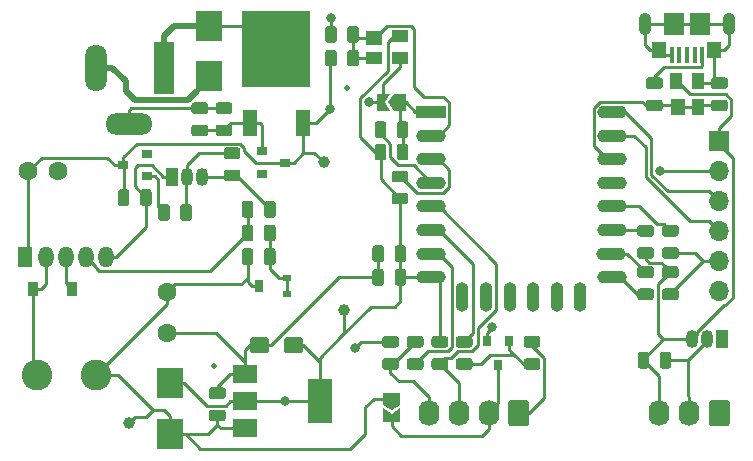
<source format=gbr>
G04 #@! TF.GenerationSoftware,KiCad,Pcbnew,(5.1.5)-3*
G04 #@! TF.CreationDate,2022-01-28T21:11:19+01:00*
G04 #@! TF.ProjectId,fanControl,66616e43-6f6e-4747-926f-6c2e6b696361,rev?*
G04 #@! TF.SameCoordinates,Original*
G04 #@! TF.FileFunction,Copper,L1,Top*
G04 #@! TF.FilePolarity,Positive*
%FSLAX46Y46*%
G04 Gerber Fmt 4.6, Leading zero omitted, Abs format (unit mm)*
G04 Created by KiCad (PCBNEW (5.1.5)-3) date 2022-01-28 21:11:19*
%MOMM*%
%LPD*%
G04 APERTURE LIST*
%ADD10C,0.100000*%
%ADD11R,0.800000X0.600000*%
%ADD12R,0.700000X1.000000*%
%ADD13C,1.000000*%
%ADD14C,0.500000*%
%ADD15R,2.300000X2.500000*%
%ADD16R,1.400000X1.000000*%
%ADD17R,1.400000X1.200000*%
%ADD18R,1.050000X1.500000*%
%ADD19O,1.050000X1.500000*%
%ADD20R,2.000000X1.500000*%
%ADD21R,2.000000X3.800000*%
%ADD22R,0.800000X0.900000*%
%ADD23R,5.800000X6.400000*%
%ADD24R,1.200000X2.200000*%
%ADD25R,1.150000X1.450000*%
%ADD26O,1.050000X1.900000*%
%ADD27R,1.750000X1.900000*%
%ADD28R,0.400000X1.400000*%
%ADD29O,1.740000X2.200000*%
%ADD30R,1.000000X1.400000*%
%ADD31R,1.200000X1.400000*%
%ADD32R,0.900000X1.200000*%
%ADD33R,0.900000X0.800000*%
%ADD34C,1.600000*%
%ADD35R,2.500000X1.100000*%
%ADD36O,2.500000X1.100000*%
%ADD37O,1.100000X2.500000*%
%ADD38O,1.700000X1.700000*%
%ADD39R,1.700000X1.700000*%
%ADD40C,2.600000*%
%ADD41O,4.000000X1.800000*%
%ADD42O,1.800000X4.000000*%
%ADD43R,1.800000X4.400000*%
%ADD44O,1.275000X1.800000*%
%ADD45R,1.275000X1.800000*%
%ADD46C,0.800000*%
%ADD47C,0.250000*%
%ADD48C,0.500000*%
G04 APERTURE END LIST*
G04 #@! TA.AperFunction,SMDPad,CuDef*
D10*
G36*
X176880142Y-84976174D02*
G01*
X176903803Y-84979684D01*
X176927007Y-84985496D01*
X176949529Y-84993554D01*
X176971153Y-85003782D01*
X176991670Y-85016079D01*
X177010883Y-85030329D01*
X177028607Y-85046393D01*
X177044671Y-85064117D01*
X177058921Y-85083330D01*
X177071218Y-85103847D01*
X177081446Y-85125471D01*
X177089504Y-85147993D01*
X177095316Y-85171197D01*
X177098826Y-85194858D01*
X177100000Y-85218750D01*
X177100000Y-85706250D01*
X177098826Y-85730142D01*
X177095316Y-85753803D01*
X177089504Y-85777007D01*
X177081446Y-85799529D01*
X177071218Y-85821153D01*
X177058921Y-85841670D01*
X177044671Y-85860883D01*
X177028607Y-85878607D01*
X177010883Y-85894671D01*
X176991670Y-85908921D01*
X176971153Y-85921218D01*
X176949529Y-85931446D01*
X176927007Y-85939504D01*
X176903803Y-85945316D01*
X176880142Y-85948826D01*
X176856250Y-85950000D01*
X175943750Y-85950000D01*
X175919858Y-85948826D01*
X175896197Y-85945316D01*
X175872993Y-85939504D01*
X175850471Y-85931446D01*
X175828847Y-85921218D01*
X175808330Y-85908921D01*
X175789117Y-85894671D01*
X175771393Y-85878607D01*
X175755329Y-85860883D01*
X175741079Y-85841670D01*
X175728782Y-85821153D01*
X175718554Y-85799529D01*
X175710496Y-85777007D01*
X175704684Y-85753803D01*
X175701174Y-85730142D01*
X175700000Y-85706250D01*
X175700000Y-85218750D01*
X175701174Y-85194858D01*
X175704684Y-85171197D01*
X175710496Y-85147993D01*
X175718554Y-85125471D01*
X175728782Y-85103847D01*
X175741079Y-85083330D01*
X175755329Y-85064117D01*
X175771393Y-85046393D01*
X175789117Y-85030329D01*
X175808330Y-85016079D01*
X175828847Y-85003782D01*
X175850471Y-84993554D01*
X175872993Y-84985496D01*
X175896197Y-84979684D01*
X175919858Y-84976174D01*
X175943750Y-84975000D01*
X176856250Y-84975000D01*
X176880142Y-84976174D01*
G37*
G04 #@! TD.AperFunction*
G04 #@! TA.AperFunction,SMDPad,CuDef*
G36*
X176880142Y-86851174D02*
G01*
X176903803Y-86854684D01*
X176927007Y-86860496D01*
X176949529Y-86868554D01*
X176971153Y-86878782D01*
X176991670Y-86891079D01*
X177010883Y-86905329D01*
X177028607Y-86921393D01*
X177044671Y-86939117D01*
X177058921Y-86958330D01*
X177071218Y-86978847D01*
X177081446Y-87000471D01*
X177089504Y-87022993D01*
X177095316Y-87046197D01*
X177098826Y-87069858D01*
X177100000Y-87093750D01*
X177100000Y-87581250D01*
X177098826Y-87605142D01*
X177095316Y-87628803D01*
X177089504Y-87652007D01*
X177081446Y-87674529D01*
X177071218Y-87696153D01*
X177058921Y-87716670D01*
X177044671Y-87735883D01*
X177028607Y-87753607D01*
X177010883Y-87769671D01*
X176991670Y-87783921D01*
X176971153Y-87796218D01*
X176949529Y-87806446D01*
X176927007Y-87814504D01*
X176903803Y-87820316D01*
X176880142Y-87823826D01*
X176856250Y-87825000D01*
X175943750Y-87825000D01*
X175919858Y-87823826D01*
X175896197Y-87820316D01*
X175872993Y-87814504D01*
X175850471Y-87806446D01*
X175828847Y-87796218D01*
X175808330Y-87783921D01*
X175789117Y-87769671D01*
X175771393Y-87753607D01*
X175755329Y-87735883D01*
X175741079Y-87716670D01*
X175728782Y-87696153D01*
X175718554Y-87674529D01*
X175710496Y-87652007D01*
X175704684Y-87628803D01*
X175701174Y-87605142D01*
X175700000Y-87581250D01*
X175700000Y-87093750D01*
X175701174Y-87069858D01*
X175704684Y-87046197D01*
X175710496Y-87022993D01*
X175718554Y-87000471D01*
X175728782Y-86978847D01*
X175741079Y-86958330D01*
X175755329Y-86939117D01*
X175771393Y-86921393D01*
X175789117Y-86905329D01*
X175808330Y-86891079D01*
X175828847Y-86878782D01*
X175850471Y-86868554D01*
X175872993Y-86860496D01*
X175896197Y-86854684D01*
X175919858Y-86851174D01*
X175943750Y-86850000D01*
X176856250Y-86850000D01*
X176880142Y-86851174D01*
G37*
G04 #@! TD.AperFunction*
D11*
X167650000Y-81400000D03*
X167650000Y-80100000D03*
D12*
X165300000Y-80750000D03*
D13*
X172500000Y-82750000D03*
X154300000Y-92300000D03*
X170750000Y-70250000D03*
D14*
X161500000Y-87500000D03*
X172750000Y-64000000D03*
G04 #@! TA.AperFunction,SMDPad,CuDef*
D10*
G36*
X175630142Y-77301174D02*
G01*
X175653803Y-77304684D01*
X175677007Y-77310496D01*
X175699529Y-77318554D01*
X175721153Y-77328782D01*
X175741670Y-77341079D01*
X175760883Y-77355329D01*
X175778607Y-77371393D01*
X175794671Y-77389117D01*
X175808921Y-77408330D01*
X175821218Y-77428847D01*
X175831446Y-77450471D01*
X175839504Y-77472993D01*
X175845316Y-77496197D01*
X175848826Y-77519858D01*
X175850000Y-77543750D01*
X175850000Y-78456250D01*
X175848826Y-78480142D01*
X175845316Y-78503803D01*
X175839504Y-78527007D01*
X175831446Y-78549529D01*
X175821218Y-78571153D01*
X175808921Y-78591670D01*
X175794671Y-78610883D01*
X175778607Y-78628607D01*
X175760883Y-78644671D01*
X175741670Y-78658921D01*
X175721153Y-78671218D01*
X175699529Y-78681446D01*
X175677007Y-78689504D01*
X175653803Y-78695316D01*
X175630142Y-78698826D01*
X175606250Y-78700000D01*
X175118750Y-78700000D01*
X175094858Y-78698826D01*
X175071197Y-78695316D01*
X175047993Y-78689504D01*
X175025471Y-78681446D01*
X175003847Y-78671218D01*
X174983330Y-78658921D01*
X174964117Y-78644671D01*
X174946393Y-78628607D01*
X174930329Y-78610883D01*
X174916079Y-78591670D01*
X174903782Y-78571153D01*
X174893554Y-78549529D01*
X174885496Y-78527007D01*
X174879684Y-78503803D01*
X174876174Y-78480142D01*
X174875000Y-78456250D01*
X174875000Y-77543750D01*
X174876174Y-77519858D01*
X174879684Y-77496197D01*
X174885496Y-77472993D01*
X174893554Y-77450471D01*
X174903782Y-77428847D01*
X174916079Y-77408330D01*
X174930329Y-77389117D01*
X174946393Y-77371393D01*
X174964117Y-77355329D01*
X174983330Y-77341079D01*
X175003847Y-77328782D01*
X175025471Y-77318554D01*
X175047993Y-77310496D01*
X175071197Y-77304684D01*
X175094858Y-77301174D01*
X175118750Y-77300000D01*
X175606250Y-77300000D01*
X175630142Y-77301174D01*
G37*
G04 #@! TD.AperFunction*
G04 #@! TA.AperFunction,SMDPad,CuDef*
G36*
X177505142Y-77301174D02*
G01*
X177528803Y-77304684D01*
X177552007Y-77310496D01*
X177574529Y-77318554D01*
X177596153Y-77328782D01*
X177616670Y-77341079D01*
X177635883Y-77355329D01*
X177653607Y-77371393D01*
X177669671Y-77389117D01*
X177683921Y-77408330D01*
X177696218Y-77428847D01*
X177706446Y-77450471D01*
X177714504Y-77472993D01*
X177720316Y-77496197D01*
X177723826Y-77519858D01*
X177725000Y-77543750D01*
X177725000Y-78456250D01*
X177723826Y-78480142D01*
X177720316Y-78503803D01*
X177714504Y-78527007D01*
X177706446Y-78549529D01*
X177696218Y-78571153D01*
X177683921Y-78591670D01*
X177669671Y-78610883D01*
X177653607Y-78628607D01*
X177635883Y-78644671D01*
X177616670Y-78658921D01*
X177596153Y-78671218D01*
X177574529Y-78681446D01*
X177552007Y-78689504D01*
X177528803Y-78695316D01*
X177505142Y-78698826D01*
X177481250Y-78700000D01*
X176993750Y-78700000D01*
X176969858Y-78698826D01*
X176946197Y-78695316D01*
X176922993Y-78689504D01*
X176900471Y-78681446D01*
X176878847Y-78671218D01*
X176858330Y-78658921D01*
X176839117Y-78644671D01*
X176821393Y-78628607D01*
X176805329Y-78610883D01*
X176791079Y-78591670D01*
X176778782Y-78571153D01*
X176768554Y-78549529D01*
X176760496Y-78527007D01*
X176754684Y-78503803D01*
X176751174Y-78480142D01*
X176750000Y-78456250D01*
X176750000Y-77543750D01*
X176751174Y-77519858D01*
X176754684Y-77496197D01*
X176760496Y-77472993D01*
X176768554Y-77450471D01*
X176778782Y-77428847D01*
X176791079Y-77408330D01*
X176805329Y-77389117D01*
X176821393Y-77371393D01*
X176839117Y-77355329D01*
X176858330Y-77341079D01*
X176878847Y-77328782D01*
X176900471Y-77318554D01*
X176922993Y-77310496D01*
X176946197Y-77304684D01*
X176969858Y-77301174D01*
X176993750Y-77300000D01*
X177481250Y-77300000D01*
X177505142Y-77301174D01*
G37*
G04 #@! TD.AperFunction*
D15*
X157750000Y-88950000D03*
X157750000Y-93250000D03*
X161000000Y-63000000D03*
X161000000Y-58700000D03*
D16*
X177200000Y-59550000D03*
X177200000Y-61450000D03*
X175000000Y-61450000D03*
D17*
X175000000Y-59730000D03*
D18*
X204500000Y-85250000D03*
D19*
X201960000Y-85250000D03*
X203230000Y-85250000D03*
D20*
X164100000Y-88200000D03*
X164100000Y-92800000D03*
X164100000Y-90500000D03*
D21*
X170400000Y-90500000D03*
D22*
X185525000Y-87400000D03*
X184575000Y-85400000D03*
X186475000Y-85400000D03*
D18*
X157930000Y-71480000D03*
D19*
X160470000Y-71480000D03*
X159200000Y-71480000D03*
D23*
X166750000Y-60650000D03*
D24*
X164470000Y-66950000D03*
X169030000Y-66950000D03*
D25*
X203820000Y-60780000D03*
X199180000Y-60780000D03*
D26*
X197925000Y-58550000D03*
X205075000Y-58550000D03*
D27*
X202625000Y-58550000D03*
D28*
X201500000Y-61200000D03*
X200850000Y-61200000D03*
X200200000Y-61200000D03*
X202800000Y-61200000D03*
X202150000Y-61200000D03*
D27*
X200375000Y-58550000D03*
D29*
X199170000Y-91500000D03*
X201710000Y-91500000D03*
G04 #@! TA.AperFunction,ComponentPad*
D10*
G36*
X204894505Y-90401204D02*
G01*
X204918773Y-90404804D01*
X204942572Y-90410765D01*
X204965671Y-90419030D01*
X204987850Y-90429520D01*
X205008893Y-90442132D01*
X205028599Y-90456747D01*
X205046777Y-90473223D01*
X205063253Y-90491401D01*
X205077868Y-90511107D01*
X205090480Y-90532150D01*
X205100970Y-90554329D01*
X205109235Y-90577428D01*
X205115196Y-90601227D01*
X205118796Y-90625495D01*
X205120000Y-90649999D01*
X205120000Y-92350001D01*
X205118796Y-92374505D01*
X205115196Y-92398773D01*
X205109235Y-92422572D01*
X205100970Y-92445671D01*
X205090480Y-92467850D01*
X205077868Y-92488893D01*
X205063253Y-92508599D01*
X205046777Y-92526777D01*
X205028599Y-92543253D01*
X205008893Y-92557868D01*
X204987850Y-92570480D01*
X204965671Y-92580970D01*
X204942572Y-92589235D01*
X204918773Y-92595196D01*
X204894505Y-92598796D01*
X204870001Y-92600000D01*
X203629999Y-92600000D01*
X203605495Y-92598796D01*
X203581227Y-92595196D01*
X203557428Y-92589235D01*
X203534329Y-92580970D01*
X203512150Y-92570480D01*
X203491107Y-92557868D01*
X203471401Y-92543253D01*
X203453223Y-92526777D01*
X203436747Y-92508599D01*
X203422132Y-92488893D01*
X203409520Y-92467850D01*
X203399030Y-92445671D01*
X203390765Y-92422572D01*
X203384804Y-92398773D01*
X203381204Y-92374505D01*
X203380000Y-92350001D01*
X203380000Y-90649999D01*
X203381204Y-90625495D01*
X203384804Y-90601227D01*
X203390765Y-90577428D01*
X203399030Y-90554329D01*
X203409520Y-90532150D01*
X203422132Y-90511107D01*
X203436747Y-90491401D01*
X203453223Y-90473223D01*
X203471401Y-90456747D01*
X203491107Y-90442132D01*
X203512150Y-90429520D01*
X203534329Y-90419030D01*
X203557428Y-90410765D01*
X203581227Y-90404804D01*
X203605495Y-90401204D01*
X203629999Y-90400000D01*
X204870001Y-90400000D01*
X204894505Y-90401204D01*
G37*
G04 #@! TD.AperFunction*
D29*
X179630000Y-91500000D03*
X182170000Y-91500000D03*
X184710000Y-91500000D03*
G04 #@! TA.AperFunction,ComponentPad*
D10*
G36*
X187894505Y-90401204D02*
G01*
X187918773Y-90404804D01*
X187942572Y-90410765D01*
X187965671Y-90419030D01*
X187987850Y-90429520D01*
X188008893Y-90442132D01*
X188028599Y-90456747D01*
X188046777Y-90473223D01*
X188063253Y-90491401D01*
X188077868Y-90511107D01*
X188090480Y-90532150D01*
X188100970Y-90554329D01*
X188109235Y-90577428D01*
X188115196Y-90601227D01*
X188118796Y-90625495D01*
X188120000Y-90649999D01*
X188120000Y-92350001D01*
X188118796Y-92374505D01*
X188115196Y-92398773D01*
X188109235Y-92422572D01*
X188100970Y-92445671D01*
X188090480Y-92467850D01*
X188077868Y-92488893D01*
X188063253Y-92508599D01*
X188046777Y-92526777D01*
X188028599Y-92543253D01*
X188008893Y-92557868D01*
X187987850Y-92570480D01*
X187965671Y-92580970D01*
X187942572Y-92589235D01*
X187918773Y-92595196D01*
X187894505Y-92598796D01*
X187870001Y-92600000D01*
X186629999Y-92600000D01*
X186605495Y-92598796D01*
X186581227Y-92595196D01*
X186557428Y-92589235D01*
X186534329Y-92580970D01*
X186512150Y-92570480D01*
X186491107Y-92557868D01*
X186471401Y-92543253D01*
X186453223Y-92526777D01*
X186436747Y-92508599D01*
X186422132Y-92488893D01*
X186409520Y-92467850D01*
X186399030Y-92445671D01*
X186390765Y-92422572D01*
X186384804Y-92398773D01*
X186381204Y-92374505D01*
X186380000Y-92350001D01*
X186380000Y-90649999D01*
X186381204Y-90625495D01*
X186384804Y-90601227D01*
X186390765Y-90577428D01*
X186399030Y-90554329D01*
X186409520Y-90532150D01*
X186422132Y-90511107D01*
X186436747Y-90491401D01*
X186453223Y-90473223D01*
X186471401Y-90456747D01*
X186491107Y-90442132D01*
X186512150Y-90429520D01*
X186534329Y-90419030D01*
X186557428Y-90410765D01*
X186581227Y-90404804D01*
X186605495Y-90401204D01*
X186629999Y-90400000D01*
X187870001Y-90400000D01*
X187894505Y-90401204D01*
G37*
G04 #@! TD.AperFunction*
D30*
X200550000Y-63400000D03*
X202450000Y-63400000D03*
X202450000Y-65600000D03*
D31*
X200730000Y-65600000D03*
D32*
X149400000Y-81000000D03*
X146100000Y-81000000D03*
D33*
X153750000Y-70500000D03*
X155750000Y-69550000D03*
X155750000Y-71450000D03*
X167500000Y-70300000D03*
X165500000Y-71250000D03*
X165500000Y-69350000D03*
G04 #@! TA.AperFunction,SMDPad,CuDef*
D10*
G36*
X165874505Y-85076204D02*
G01*
X165898773Y-85079804D01*
X165922572Y-85085765D01*
X165945671Y-85094030D01*
X165967850Y-85104520D01*
X165988893Y-85117132D01*
X166008599Y-85131747D01*
X166026777Y-85148223D01*
X166043253Y-85166401D01*
X166057868Y-85186107D01*
X166070480Y-85207150D01*
X166080970Y-85229329D01*
X166089235Y-85252428D01*
X166095196Y-85276227D01*
X166098796Y-85300495D01*
X166100000Y-85324999D01*
X166100000Y-86175001D01*
X166098796Y-86199505D01*
X166095196Y-86223773D01*
X166089235Y-86247572D01*
X166080970Y-86270671D01*
X166070480Y-86292850D01*
X166057868Y-86313893D01*
X166043253Y-86333599D01*
X166026777Y-86351777D01*
X166008599Y-86368253D01*
X165988893Y-86382868D01*
X165967850Y-86395480D01*
X165945671Y-86405970D01*
X165922572Y-86414235D01*
X165898773Y-86420196D01*
X165874505Y-86423796D01*
X165850001Y-86425000D01*
X164774999Y-86425000D01*
X164750495Y-86423796D01*
X164726227Y-86420196D01*
X164702428Y-86414235D01*
X164679329Y-86405970D01*
X164657150Y-86395480D01*
X164636107Y-86382868D01*
X164616401Y-86368253D01*
X164598223Y-86351777D01*
X164581747Y-86333599D01*
X164567132Y-86313893D01*
X164554520Y-86292850D01*
X164544030Y-86270671D01*
X164535765Y-86247572D01*
X164529804Y-86223773D01*
X164526204Y-86199505D01*
X164525000Y-86175001D01*
X164525000Y-85324999D01*
X164526204Y-85300495D01*
X164529804Y-85276227D01*
X164535765Y-85252428D01*
X164544030Y-85229329D01*
X164554520Y-85207150D01*
X164567132Y-85186107D01*
X164581747Y-85166401D01*
X164598223Y-85148223D01*
X164616401Y-85131747D01*
X164636107Y-85117132D01*
X164657150Y-85104520D01*
X164679329Y-85094030D01*
X164702428Y-85085765D01*
X164726227Y-85079804D01*
X164750495Y-85076204D01*
X164774999Y-85075000D01*
X165850001Y-85075000D01*
X165874505Y-85076204D01*
G37*
G04 #@! TD.AperFunction*
G04 #@! TA.AperFunction,SMDPad,CuDef*
G36*
X168749505Y-85076204D02*
G01*
X168773773Y-85079804D01*
X168797572Y-85085765D01*
X168820671Y-85094030D01*
X168842850Y-85104520D01*
X168863893Y-85117132D01*
X168883599Y-85131747D01*
X168901777Y-85148223D01*
X168918253Y-85166401D01*
X168932868Y-85186107D01*
X168945480Y-85207150D01*
X168955970Y-85229329D01*
X168964235Y-85252428D01*
X168970196Y-85276227D01*
X168973796Y-85300495D01*
X168975000Y-85324999D01*
X168975000Y-86175001D01*
X168973796Y-86199505D01*
X168970196Y-86223773D01*
X168964235Y-86247572D01*
X168955970Y-86270671D01*
X168945480Y-86292850D01*
X168932868Y-86313893D01*
X168918253Y-86333599D01*
X168901777Y-86351777D01*
X168883599Y-86368253D01*
X168863893Y-86382868D01*
X168842850Y-86395480D01*
X168820671Y-86405970D01*
X168797572Y-86414235D01*
X168773773Y-86420196D01*
X168749505Y-86423796D01*
X168725001Y-86425000D01*
X167649999Y-86425000D01*
X167625495Y-86423796D01*
X167601227Y-86420196D01*
X167577428Y-86414235D01*
X167554329Y-86405970D01*
X167532150Y-86395480D01*
X167511107Y-86382868D01*
X167491401Y-86368253D01*
X167473223Y-86351777D01*
X167456747Y-86333599D01*
X167442132Y-86313893D01*
X167429520Y-86292850D01*
X167419030Y-86270671D01*
X167410765Y-86247572D01*
X167404804Y-86223773D01*
X167401204Y-86199505D01*
X167400000Y-86175001D01*
X167400000Y-85324999D01*
X167401204Y-85300495D01*
X167404804Y-85276227D01*
X167410765Y-85252428D01*
X167419030Y-85229329D01*
X167429520Y-85207150D01*
X167442132Y-85186107D01*
X167456747Y-85166401D01*
X167473223Y-85148223D01*
X167491401Y-85131747D01*
X167511107Y-85117132D01*
X167532150Y-85104520D01*
X167554329Y-85094030D01*
X167577428Y-85085765D01*
X167601227Y-85079804D01*
X167625495Y-85076204D01*
X167649999Y-85075000D01*
X168725001Y-85075000D01*
X168749505Y-85076204D01*
G37*
G04 #@! TD.AperFunction*
G04 #@! TA.AperFunction,SMDPad,CuDef*
G36*
X162230142Y-89326174D02*
G01*
X162253803Y-89329684D01*
X162277007Y-89335496D01*
X162299529Y-89343554D01*
X162321153Y-89353782D01*
X162341670Y-89366079D01*
X162360883Y-89380329D01*
X162378607Y-89396393D01*
X162394671Y-89414117D01*
X162408921Y-89433330D01*
X162421218Y-89453847D01*
X162431446Y-89475471D01*
X162439504Y-89497993D01*
X162445316Y-89521197D01*
X162448826Y-89544858D01*
X162450000Y-89568750D01*
X162450000Y-90056250D01*
X162448826Y-90080142D01*
X162445316Y-90103803D01*
X162439504Y-90127007D01*
X162431446Y-90149529D01*
X162421218Y-90171153D01*
X162408921Y-90191670D01*
X162394671Y-90210883D01*
X162378607Y-90228607D01*
X162360883Y-90244671D01*
X162341670Y-90258921D01*
X162321153Y-90271218D01*
X162299529Y-90281446D01*
X162277007Y-90289504D01*
X162253803Y-90295316D01*
X162230142Y-90298826D01*
X162206250Y-90300000D01*
X161293750Y-90300000D01*
X161269858Y-90298826D01*
X161246197Y-90295316D01*
X161222993Y-90289504D01*
X161200471Y-90281446D01*
X161178847Y-90271218D01*
X161158330Y-90258921D01*
X161139117Y-90244671D01*
X161121393Y-90228607D01*
X161105329Y-90210883D01*
X161091079Y-90191670D01*
X161078782Y-90171153D01*
X161068554Y-90149529D01*
X161060496Y-90127007D01*
X161054684Y-90103803D01*
X161051174Y-90080142D01*
X161050000Y-90056250D01*
X161050000Y-89568750D01*
X161051174Y-89544858D01*
X161054684Y-89521197D01*
X161060496Y-89497993D01*
X161068554Y-89475471D01*
X161078782Y-89453847D01*
X161091079Y-89433330D01*
X161105329Y-89414117D01*
X161121393Y-89396393D01*
X161139117Y-89380329D01*
X161158330Y-89366079D01*
X161178847Y-89353782D01*
X161200471Y-89343554D01*
X161222993Y-89335496D01*
X161246197Y-89329684D01*
X161269858Y-89326174D01*
X161293750Y-89325000D01*
X162206250Y-89325000D01*
X162230142Y-89326174D01*
G37*
G04 #@! TD.AperFunction*
G04 #@! TA.AperFunction,SMDPad,CuDef*
G36*
X162230142Y-91201174D02*
G01*
X162253803Y-91204684D01*
X162277007Y-91210496D01*
X162299529Y-91218554D01*
X162321153Y-91228782D01*
X162341670Y-91241079D01*
X162360883Y-91255329D01*
X162378607Y-91271393D01*
X162394671Y-91289117D01*
X162408921Y-91308330D01*
X162421218Y-91328847D01*
X162431446Y-91350471D01*
X162439504Y-91372993D01*
X162445316Y-91396197D01*
X162448826Y-91419858D01*
X162450000Y-91443750D01*
X162450000Y-91931250D01*
X162448826Y-91955142D01*
X162445316Y-91978803D01*
X162439504Y-92002007D01*
X162431446Y-92024529D01*
X162421218Y-92046153D01*
X162408921Y-92066670D01*
X162394671Y-92085883D01*
X162378607Y-92103607D01*
X162360883Y-92119671D01*
X162341670Y-92133921D01*
X162321153Y-92146218D01*
X162299529Y-92156446D01*
X162277007Y-92164504D01*
X162253803Y-92170316D01*
X162230142Y-92173826D01*
X162206250Y-92175000D01*
X161293750Y-92175000D01*
X161269858Y-92173826D01*
X161246197Y-92170316D01*
X161222993Y-92164504D01*
X161200471Y-92156446D01*
X161178847Y-92146218D01*
X161158330Y-92133921D01*
X161139117Y-92119671D01*
X161121393Y-92103607D01*
X161105329Y-92085883D01*
X161091079Y-92066670D01*
X161078782Y-92046153D01*
X161068554Y-92024529D01*
X161060496Y-92002007D01*
X161054684Y-91978803D01*
X161051174Y-91955142D01*
X161050000Y-91931250D01*
X161050000Y-91443750D01*
X161051174Y-91419858D01*
X161054684Y-91396197D01*
X161060496Y-91372993D01*
X161068554Y-91350471D01*
X161078782Y-91328847D01*
X161091079Y-91308330D01*
X161105329Y-91289117D01*
X161121393Y-91271393D01*
X161139117Y-91255329D01*
X161158330Y-91241079D01*
X161178847Y-91228782D01*
X161200471Y-91218554D01*
X161222993Y-91210496D01*
X161246197Y-91204684D01*
X161269858Y-91201174D01*
X161293750Y-91200000D01*
X162206250Y-91200000D01*
X162230142Y-91201174D01*
G37*
G04 #@! TD.AperFunction*
D34*
X157500000Y-84750000D03*
X157500000Y-81250000D03*
G04 #@! TA.AperFunction,SMDPad,CuDef*
D10*
G36*
X160730142Y-65196174D02*
G01*
X160753803Y-65199684D01*
X160777007Y-65205496D01*
X160799529Y-65213554D01*
X160821153Y-65223782D01*
X160841670Y-65236079D01*
X160860883Y-65250329D01*
X160878607Y-65266393D01*
X160894671Y-65284117D01*
X160908921Y-65303330D01*
X160921218Y-65323847D01*
X160931446Y-65345471D01*
X160939504Y-65367993D01*
X160945316Y-65391197D01*
X160948826Y-65414858D01*
X160950000Y-65438750D01*
X160950000Y-65926250D01*
X160948826Y-65950142D01*
X160945316Y-65973803D01*
X160939504Y-65997007D01*
X160931446Y-66019529D01*
X160921218Y-66041153D01*
X160908921Y-66061670D01*
X160894671Y-66080883D01*
X160878607Y-66098607D01*
X160860883Y-66114671D01*
X160841670Y-66128921D01*
X160821153Y-66141218D01*
X160799529Y-66151446D01*
X160777007Y-66159504D01*
X160753803Y-66165316D01*
X160730142Y-66168826D01*
X160706250Y-66170000D01*
X159793750Y-66170000D01*
X159769858Y-66168826D01*
X159746197Y-66165316D01*
X159722993Y-66159504D01*
X159700471Y-66151446D01*
X159678847Y-66141218D01*
X159658330Y-66128921D01*
X159639117Y-66114671D01*
X159621393Y-66098607D01*
X159605329Y-66080883D01*
X159591079Y-66061670D01*
X159578782Y-66041153D01*
X159568554Y-66019529D01*
X159560496Y-65997007D01*
X159554684Y-65973803D01*
X159551174Y-65950142D01*
X159550000Y-65926250D01*
X159550000Y-65438750D01*
X159551174Y-65414858D01*
X159554684Y-65391197D01*
X159560496Y-65367993D01*
X159568554Y-65345471D01*
X159578782Y-65323847D01*
X159591079Y-65303330D01*
X159605329Y-65284117D01*
X159621393Y-65266393D01*
X159639117Y-65250329D01*
X159658330Y-65236079D01*
X159678847Y-65223782D01*
X159700471Y-65213554D01*
X159722993Y-65205496D01*
X159746197Y-65199684D01*
X159769858Y-65196174D01*
X159793750Y-65195000D01*
X160706250Y-65195000D01*
X160730142Y-65196174D01*
G37*
G04 #@! TD.AperFunction*
G04 #@! TA.AperFunction,SMDPad,CuDef*
G36*
X160730142Y-67071174D02*
G01*
X160753803Y-67074684D01*
X160777007Y-67080496D01*
X160799529Y-67088554D01*
X160821153Y-67098782D01*
X160841670Y-67111079D01*
X160860883Y-67125329D01*
X160878607Y-67141393D01*
X160894671Y-67159117D01*
X160908921Y-67178330D01*
X160921218Y-67198847D01*
X160931446Y-67220471D01*
X160939504Y-67242993D01*
X160945316Y-67266197D01*
X160948826Y-67289858D01*
X160950000Y-67313750D01*
X160950000Y-67801250D01*
X160948826Y-67825142D01*
X160945316Y-67848803D01*
X160939504Y-67872007D01*
X160931446Y-67894529D01*
X160921218Y-67916153D01*
X160908921Y-67936670D01*
X160894671Y-67955883D01*
X160878607Y-67973607D01*
X160860883Y-67989671D01*
X160841670Y-68003921D01*
X160821153Y-68016218D01*
X160799529Y-68026446D01*
X160777007Y-68034504D01*
X160753803Y-68040316D01*
X160730142Y-68043826D01*
X160706250Y-68045000D01*
X159793750Y-68045000D01*
X159769858Y-68043826D01*
X159746197Y-68040316D01*
X159722993Y-68034504D01*
X159700471Y-68026446D01*
X159678847Y-68016218D01*
X159658330Y-68003921D01*
X159639117Y-67989671D01*
X159621393Y-67973607D01*
X159605329Y-67955883D01*
X159591079Y-67936670D01*
X159578782Y-67916153D01*
X159568554Y-67894529D01*
X159560496Y-67872007D01*
X159554684Y-67848803D01*
X159551174Y-67825142D01*
X159550000Y-67801250D01*
X159550000Y-67313750D01*
X159551174Y-67289858D01*
X159554684Y-67266197D01*
X159560496Y-67242993D01*
X159568554Y-67220471D01*
X159578782Y-67198847D01*
X159591079Y-67178330D01*
X159605329Y-67159117D01*
X159621393Y-67141393D01*
X159639117Y-67125329D01*
X159658330Y-67111079D01*
X159678847Y-67098782D01*
X159700471Y-67088554D01*
X159722993Y-67080496D01*
X159746197Y-67074684D01*
X159769858Y-67071174D01*
X159793750Y-67070000D01*
X160706250Y-67070000D01*
X160730142Y-67071174D01*
G37*
G04 #@! TD.AperFunction*
G04 #@! TA.AperFunction,SMDPad,CuDef*
G36*
X175630142Y-79301174D02*
G01*
X175653803Y-79304684D01*
X175677007Y-79310496D01*
X175699529Y-79318554D01*
X175721153Y-79328782D01*
X175741670Y-79341079D01*
X175760883Y-79355329D01*
X175778607Y-79371393D01*
X175794671Y-79389117D01*
X175808921Y-79408330D01*
X175821218Y-79428847D01*
X175831446Y-79450471D01*
X175839504Y-79472993D01*
X175845316Y-79496197D01*
X175848826Y-79519858D01*
X175850000Y-79543750D01*
X175850000Y-80456250D01*
X175848826Y-80480142D01*
X175845316Y-80503803D01*
X175839504Y-80527007D01*
X175831446Y-80549529D01*
X175821218Y-80571153D01*
X175808921Y-80591670D01*
X175794671Y-80610883D01*
X175778607Y-80628607D01*
X175760883Y-80644671D01*
X175741670Y-80658921D01*
X175721153Y-80671218D01*
X175699529Y-80681446D01*
X175677007Y-80689504D01*
X175653803Y-80695316D01*
X175630142Y-80698826D01*
X175606250Y-80700000D01*
X175118750Y-80700000D01*
X175094858Y-80698826D01*
X175071197Y-80695316D01*
X175047993Y-80689504D01*
X175025471Y-80681446D01*
X175003847Y-80671218D01*
X174983330Y-80658921D01*
X174964117Y-80644671D01*
X174946393Y-80628607D01*
X174930329Y-80610883D01*
X174916079Y-80591670D01*
X174903782Y-80571153D01*
X174893554Y-80549529D01*
X174885496Y-80527007D01*
X174879684Y-80503803D01*
X174876174Y-80480142D01*
X174875000Y-80456250D01*
X174875000Y-79543750D01*
X174876174Y-79519858D01*
X174879684Y-79496197D01*
X174885496Y-79472993D01*
X174893554Y-79450471D01*
X174903782Y-79428847D01*
X174916079Y-79408330D01*
X174930329Y-79389117D01*
X174946393Y-79371393D01*
X174964117Y-79355329D01*
X174983330Y-79341079D01*
X175003847Y-79328782D01*
X175025471Y-79318554D01*
X175047993Y-79310496D01*
X175071197Y-79304684D01*
X175094858Y-79301174D01*
X175118750Y-79300000D01*
X175606250Y-79300000D01*
X175630142Y-79301174D01*
G37*
G04 #@! TD.AperFunction*
G04 #@! TA.AperFunction,SMDPad,CuDef*
G36*
X177505142Y-79301174D02*
G01*
X177528803Y-79304684D01*
X177552007Y-79310496D01*
X177574529Y-79318554D01*
X177596153Y-79328782D01*
X177616670Y-79341079D01*
X177635883Y-79355329D01*
X177653607Y-79371393D01*
X177669671Y-79389117D01*
X177683921Y-79408330D01*
X177696218Y-79428847D01*
X177706446Y-79450471D01*
X177714504Y-79472993D01*
X177720316Y-79496197D01*
X177723826Y-79519858D01*
X177725000Y-79543750D01*
X177725000Y-80456250D01*
X177723826Y-80480142D01*
X177720316Y-80503803D01*
X177714504Y-80527007D01*
X177706446Y-80549529D01*
X177696218Y-80571153D01*
X177683921Y-80591670D01*
X177669671Y-80610883D01*
X177653607Y-80628607D01*
X177635883Y-80644671D01*
X177616670Y-80658921D01*
X177596153Y-80671218D01*
X177574529Y-80681446D01*
X177552007Y-80689504D01*
X177528803Y-80695316D01*
X177505142Y-80698826D01*
X177481250Y-80700000D01*
X176993750Y-80700000D01*
X176969858Y-80698826D01*
X176946197Y-80695316D01*
X176922993Y-80689504D01*
X176900471Y-80681446D01*
X176878847Y-80671218D01*
X176858330Y-80658921D01*
X176839117Y-80644671D01*
X176821393Y-80628607D01*
X176805329Y-80610883D01*
X176791079Y-80591670D01*
X176778782Y-80571153D01*
X176768554Y-80549529D01*
X176760496Y-80527007D01*
X176754684Y-80503803D01*
X176751174Y-80480142D01*
X176750000Y-80456250D01*
X176750000Y-79543750D01*
X176751174Y-79519858D01*
X176754684Y-79496197D01*
X176760496Y-79472993D01*
X176768554Y-79450471D01*
X176778782Y-79428847D01*
X176791079Y-79408330D01*
X176805329Y-79389117D01*
X176821393Y-79371393D01*
X176839117Y-79355329D01*
X176858330Y-79341079D01*
X176878847Y-79328782D01*
X176900471Y-79318554D01*
X176922993Y-79310496D01*
X176946197Y-79304684D01*
X176969858Y-79301174D01*
X176993750Y-79300000D01*
X177481250Y-79300000D01*
X177505142Y-79301174D01*
G37*
G04 #@! TD.AperFunction*
G04 #@! TA.AperFunction,SMDPad,CuDef*
G36*
X198480142Y-77451174D02*
G01*
X198503803Y-77454684D01*
X198527007Y-77460496D01*
X198549529Y-77468554D01*
X198571153Y-77478782D01*
X198591670Y-77491079D01*
X198610883Y-77505329D01*
X198628607Y-77521393D01*
X198644671Y-77539117D01*
X198658921Y-77558330D01*
X198671218Y-77578847D01*
X198681446Y-77600471D01*
X198689504Y-77622993D01*
X198695316Y-77646197D01*
X198698826Y-77669858D01*
X198700000Y-77693750D01*
X198700000Y-78181250D01*
X198698826Y-78205142D01*
X198695316Y-78228803D01*
X198689504Y-78252007D01*
X198681446Y-78274529D01*
X198671218Y-78296153D01*
X198658921Y-78316670D01*
X198644671Y-78335883D01*
X198628607Y-78353607D01*
X198610883Y-78369671D01*
X198591670Y-78383921D01*
X198571153Y-78396218D01*
X198549529Y-78406446D01*
X198527007Y-78414504D01*
X198503803Y-78420316D01*
X198480142Y-78423826D01*
X198456250Y-78425000D01*
X197543750Y-78425000D01*
X197519858Y-78423826D01*
X197496197Y-78420316D01*
X197472993Y-78414504D01*
X197450471Y-78406446D01*
X197428847Y-78396218D01*
X197408330Y-78383921D01*
X197389117Y-78369671D01*
X197371393Y-78353607D01*
X197355329Y-78335883D01*
X197341079Y-78316670D01*
X197328782Y-78296153D01*
X197318554Y-78274529D01*
X197310496Y-78252007D01*
X197304684Y-78228803D01*
X197301174Y-78205142D01*
X197300000Y-78181250D01*
X197300000Y-77693750D01*
X197301174Y-77669858D01*
X197304684Y-77646197D01*
X197310496Y-77622993D01*
X197318554Y-77600471D01*
X197328782Y-77578847D01*
X197341079Y-77558330D01*
X197355329Y-77539117D01*
X197371393Y-77521393D01*
X197389117Y-77505329D01*
X197408330Y-77491079D01*
X197428847Y-77478782D01*
X197450471Y-77468554D01*
X197472993Y-77460496D01*
X197496197Y-77454684D01*
X197519858Y-77451174D01*
X197543750Y-77450000D01*
X198456250Y-77450000D01*
X198480142Y-77451174D01*
G37*
G04 #@! TD.AperFunction*
G04 #@! TA.AperFunction,SMDPad,CuDef*
G36*
X198480142Y-75576174D02*
G01*
X198503803Y-75579684D01*
X198527007Y-75585496D01*
X198549529Y-75593554D01*
X198571153Y-75603782D01*
X198591670Y-75616079D01*
X198610883Y-75630329D01*
X198628607Y-75646393D01*
X198644671Y-75664117D01*
X198658921Y-75683330D01*
X198671218Y-75703847D01*
X198681446Y-75725471D01*
X198689504Y-75747993D01*
X198695316Y-75771197D01*
X198698826Y-75794858D01*
X198700000Y-75818750D01*
X198700000Y-76306250D01*
X198698826Y-76330142D01*
X198695316Y-76353803D01*
X198689504Y-76377007D01*
X198681446Y-76399529D01*
X198671218Y-76421153D01*
X198658921Y-76441670D01*
X198644671Y-76460883D01*
X198628607Y-76478607D01*
X198610883Y-76494671D01*
X198591670Y-76508921D01*
X198571153Y-76521218D01*
X198549529Y-76531446D01*
X198527007Y-76539504D01*
X198503803Y-76545316D01*
X198480142Y-76548826D01*
X198456250Y-76550000D01*
X197543750Y-76550000D01*
X197519858Y-76548826D01*
X197496197Y-76545316D01*
X197472993Y-76539504D01*
X197450471Y-76531446D01*
X197428847Y-76521218D01*
X197408330Y-76508921D01*
X197389117Y-76494671D01*
X197371393Y-76478607D01*
X197355329Y-76460883D01*
X197341079Y-76441670D01*
X197328782Y-76421153D01*
X197318554Y-76399529D01*
X197310496Y-76377007D01*
X197304684Y-76353803D01*
X197301174Y-76330142D01*
X197300000Y-76306250D01*
X197300000Y-75818750D01*
X197301174Y-75794858D01*
X197304684Y-75771197D01*
X197310496Y-75747993D01*
X197318554Y-75725471D01*
X197328782Y-75703847D01*
X197341079Y-75683330D01*
X197355329Y-75664117D01*
X197371393Y-75646393D01*
X197389117Y-75630329D01*
X197408330Y-75616079D01*
X197428847Y-75603782D01*
X197450471Y-75593554D01*
X197472993Y-75585496D01*
X197496197Y-75579684D01*
X197519858Y-75576174D01*
X197543750Y-75575000D01*
X198456250Y-75575000D01*
X198480142Y-75576174D01*
G37*
G04 #@! TD.AperFunction*
D35*
X179800000Y-66000000D03*
D36*
X179800000Y-68000000D03*
X179800000Y-70000000D03*
X179800000Y-72000000D03*
X179800000Y-74000000D03*
X179800000Y-76000000D03*
X179800000Y-78000000D03*
X179800000Y-80000000D03*
X195200000Y-80000000D03*
X195100000Y-78000000D03*
X195200000Y-76000000D03*
X195200000Y-74000000D03*
X195200000Y-72000000D03*
X195200000Y-70000000D03*
X195200000Y-68000000D03*
X195200000Y-66000000D03*
D37*
X182490000Y-81700000D03*
X184490000Y-81700000D03*
X186490000Y-81700000D03*
X188490000Y-81700000D03*
X190490000Y-81700000D03*
X192490000Y-81700000D03*
D38*
X204200000Y-81200000D03*
X204200000Y-78660000D03*
X204200000Y-76120000D03*
X204200000Y-73580000D03*
X204200000Y-71040000D03*
D39*
X204200000Y-68500000D03*
G04 #@! TA.AperFunction,SMDPad,CuDef*
D10*
G36*
X178980142Y-86851174D02*
G01*
X179003803Y-86854684D01*
X179027007Y-86860496D01*
X179049529Y-86868554D01*
X179071153Y-86878782D01*
X179091670Y-86891079D01*
X179110883Y-86905329D01*
X179128607Y-86921393D01*
X179144671Y-86939117D01*
X179158921Y-86958330D01*
X179171218Y-86978847D01*
X179181446Y-87000471D01*
X179189504Y-87022993D01*
X179195316Y-87046197D01*
X179198826Y-87069858D01*
X179200000Y-87093750D01*
X179200000Y-87581250D01*
X179198826Y-87605142D01*
X179195316Y-87628803D01*
X179189504Y-87652007D01*
X179181446Y-87674529D01*
X179171218Y-87696153D01*
X179158921Y-87716670D01*
X179144671Y-87735883D01*
X179128607Y-87753607D01*
X179110883Y-87769671D01*
X179091670Y-87783921D01*
X179071153Y-87796218D01*
X179049529Y-87806446D01*
X179027007Y-87814504D01*
X179003803Y-87820316D01*
X178980142Y-87823826D01*
X178956250Y-87825000D01*
X178043750Y-87825000D01*
X178019858Y-87823826D01*
X177996197Y-87820316D01*
X177972993Y-87814504D01*
X177950471Y-87806446D01*
X177928847Y-87796218D01*
X177908330Y-87783921D01*
X177889117Y-87769671D01*
X177871393Y-87753607D01*
X177855329Y-87735883D01*
X177841079Y-87716670D01*
X177828782Y-87696153D01*
X177818554Y-87674529D01*
X177810496Y-87652007D01*
X177804684Y-87628803D01*
X177801174Y-87605142D01*
X177800000Y-87581250D01*
X177800000Y-87093750D01*
X177801174Y-87069858D01*
X177804684Y-87046197D01*
X177810496Y-87022993D01*
X177818554Y-87000471D01*
X177828782Y-86978847D01*
X177841079Y-86958330D01*
X177855329Y-86939117D01*
X177871393Y-86921393D01*
X177889117Y-86905329D01*
X177908330Y-86891079D01*
X177928847Y-86878782D01*
X177950471Y-86868554D01*
X177972993Y-86860496D01*
X177996197Y-86854684D01*
X178019858Y-86851174D01*
X178043750Y-86850000D01*
X178956250Y-86850000D01*
X178980142Y-86851174D01*
G37*
G04 #@! TD.AperFunction*
G04 #@! TA.AperFunction,SMDPad,CuDef*
G36*
X178980142Y-84976174D02*
G01*
X179003803Y-84979684D01*
X179027007Y-84985496D01*
X179049529Y-84993554D01*
X179071153Y-85003782D01*
X179091670Y-85016079D01*
X179110883Y-85030329D01*
X179128607Y-85046393D01*
X179144671Y-85064117D01*
X179158921Y-85083330D01*
X179171218Y-85103847D01*
X179181446Y-85125471D01*
X179189504Y-85147993D01*
X179195316Y-85171197D01*
X179198826Y-85194858D01*
X179200000Y-85218750D01*
X179200000Y-85706250D01*
X179198826Y-85730142D01*
X179195316Y-85753803D01*
X179189504Y-85777007D01*
X179181446Y-85799529D01*
X179171218Y-85821153D01*
X179158921Y-85841670D01*
X179144671Y-85860883D01*
X179128607Y-85878607D01*
X179110883Y-85894671D01*
X179091670Y-85908921D01*
X179071153Y-85921218D01*
X179049529Y-85931446D01*
X179027007Y-85939504D01*
X179003803Y-85945316D01*
X178980142Y-85948826D01*
X178956250Y-85950000D01*
X178043750Y-85950000D01*
X178019858Y-85948826D01*
X177996197Y-85945316D01*
X177972993Y-85939504D01*
X177950471Y-85931446D01*
X177928847Y-85921218D01*
X177908330Y-85908921D01*
X177889117Y-85894671D01*
X177871393Y-85878607D01*
X177855329Y-85860883D01*
X177841079Y-85841670D01*
X177828782Y-85821153D01*
X177818554Y-85799529D01*
X177810496Y-85777007D01*
X177804684Y-85753803D01*
X177801174Y-85730142D01*
X177800000Y-85706250D01*
X177800000Y-85218750D01*
X177801174Y-85194858D01*
X177804684Y-85171197D01*
X177810496Y-85147993D01*
X177818554Y-85125471D01*
X177828782Y-85103847D01*
X177841079Y-85083330D01*
X177855329Y-85064117D01*
X177871393Y-85046393D01*
X177889117Y-85030329D01*
X177908330Y-85016079D01*
X177928847Y-85003782D01*
X177950471Y-84993554D01*
X177972993Y-84985496D01*
X177996197Y-84979684D01*
X178019858Y-84976174D01*
X178043750Y-84975000D01*
X178956250Y-84975000D01*
X178980142Y-84976174D01*
G37*
G04 #@! TD.AperFunction*
D40*
X146500000Y-88250000D03*
X151500000Y-88250000D03*
D34*
X148250000Y-71000000D03*
X145750000Y-71000000D03*
G04 #@! TA.AperFunction,SMDPad,CuDef*
D10*
G36*
X181055142Y-86851174D02*
G01*
X181078803Y-86854684D01*
X181102007Y-86860496D01*
X181124529Y-86868554D01*
X181146153Y-86878782D01*
X181166670Y-86891079D01*
X181185883Y-86905329D01*
X181203607Y-86921393D01*
X181219671Y-86939117D01*
X181233921Y-86958330D01*
X181246218Y-86978847D01*
X181256446Y-87000471D01*
X181264504Y-87022993D01*
X181270316Y-87046197D01*
X181273826Y-87069858D01*
X181275000Y-87093750D01*
X181275000Y-87581250D01*
X181273826Y-87605142D01*
X181270316Y-87628803D01*
X181264504Y-87652007D01*
X181256446Y-87674529D01*
X181246218Y-87696153D01*
X181233921Y-87716670D01*
X181219671Y-87735883D01*
X181203607Y-87753607D01*
X181185883Y-87769671D01*
X181166670Y-87783921D01*
X181146153Y-87796218D01*
X181124529Y-87806446D01*
X181102007Y-87814504D01*
X181078803Y-87820316D01*
X181055142Y-87823826D01*
X181031250Y-87825000D01*
X180118750Y-87825000D01*
X180094858Y-87823826D01*
X180071197Y-87820316D01*
X180047993Y-87814504D01*
X180025471Y-87806446D01*
X180003847Y-87796218D01*
X179983330Y-87783921D01*
X179964117Y-87769671D01*
X179946393Y-87753607D01*
X179930329Y-87735883D01*
X179916079Y-87716670D01*
X179903782Y-87696153D01*
X179893554Y-87674529D01*
X179885496Y-87652007D01*
X179879684Y-87628803D01*
X179876174Y-87605142D01*
X179875000Y-87581250D01*
X179875000Y-87093750D01*
X179876174Y-87069858D01*
X179879684Y-87046197D01*
X179885496Y-87022993D01*
X179893554Y-87000471D01*
X179903782Y-86978847D01*
X179916079Y-86958330D01*
X179930329Y-86939117D01*
X179946393Y-86921393D01*
X179964117Y-86905329D01*
X179983330Y-86891079D01*
X180003847Y-86878782D01*
X180025471Y-86868554D01*
X180047993Y-86860496D01*
X180071197Y-86854684D01*
X180094858Y-86851174D01*
X180118750Y-86850000D01*
X181031250Y-86850000D01*
X181055142Y-86851174D01*
G37*
G04 #@! TD.AperFunction*
G04 #@! TA.AperFunction,SMDPad,CuDef*
G36*
X181055142Y-84976174D02*
G01*
X181078803Y-84979684D01*
X181102007Y-84985496D01*
X181124529Y-84993554D01*
X181146153Y-85003782D01*
X181166670Y-85016079D01*
X181185883Y-85030329D01*
X181203607Y-85046393D01*
X181219671Y-85064117D01*
X181233921Y-85083330D01*
X181246218Y-85103847D01*
X181256446Y-85125471D01*
X181264504Y-85147993D01*
X181270316Y-85171197D01*
X181273826Y-85194858D01*
X181275000Y-85218750D01*
X181275000Y-85706250D01*
X181273826Y-85730142D01*
X181270316Y-85753803D01*
X181264504Y-85777007D01*
X181256446Y-85799529D01*
X181246218Y-85821153D01*
X181233921Y-85841670D01*
X181219671Y-85860883D01*
X181203607Y-85878607D01*
X181185883Y-85894671D01*
X181166670Y-85908921D01*
X181146153Y-85921218D01*
X181124529Y-85931446D01*
X181102007Y-85939504D01*
X181078803Y-85945316D01*
X181055142Y-85948826D01*
X181031250Y-85950000D01*
X180118750Y-85950000D01*
X180094858Y-85948826D01*
X180071197Y-85945316D01*
X180047993Y-85939504D01*
X180025471Y-85931446D01*
X180003847Y-85921218D01*
X179983330Y-85908921D01*
X179964117Y-85894671D01*
X179946393Y-85878607D01*
X179930329Y-85860883D01*
X179916079Y-85841670D01*
X179903782Y-85821153D01*
X179893554Y-85799529D01*
X179885496Y-85777007D01*
X179879684Y-85753803D01*
X179876174Y-85730142D01*
X179875000Y-85706250D01*
X179875000Y-85218750D01*
X179876174Y-85194858D01*
X179879684Y-85171197D01*
X179885496Y-85147993D01*
X179893554Y-85125471D01*
X179903782Y-85103847D01*
X179916079Y-85083330D01*
X179930329Y-85064117D01*
X179946393Y-85046393D01*
X179964117Y-85030329D01*
X179983330Y-85016079D01*
X180003847Y-85003782D01*
X180025471Y-84993554D01*
X180047993Y-84985496D01*
X180071197Y-84979684D01*
X180094858Y-84976174D01*
X180118750Y-84975000D01*
X181031250Y-84975000D01*
X181055142Y-84976174D01*
G37*
G04 #@! TD.AperFunction*
G04 #@! TA.AperFunction,SMDPad,CuDef*
G36*
X204730142Y-63076174D02*
G01*
X204753803Y-63079684D01*
X204777007Y-63085496D01*
X204799529Y-63093554D01*
X204821153Y-63103782D01*
X204841670Y-63116079D01*
X204860883Y-63130329D01*
X204878607Y-63146393D01*
X204894671Y-63164117D01*
X204908921Y-63183330D01*
X204921218Y-63203847D01*
X204931446Y-63225471D01*
X204939504Y-63247993D01*
X204945316Y-63271197D01*
X204948826Y-63294858D01*
X204950000Y-63318750D01*
X204950000Y-63806250D01*
X204948826Y-63830142D01*
X204945316Y-63853803D01*
X204939504Y-63877007D01*
X204931446Y-63899529D01*
X204921218Y-63921153D01*
X204908921Y-63941670D01*
X204894671Y-63960883D01*
X204878607Y-63978607D01*
X204860883Y-63994671D01*
X204841670Y-64008921D01*
X204821153Y-64021218D01*
X204799529Y-64031446D01*
X204777007Y-64039504D01*
X204753803Y-64045316D01*
X204730142Y-64048826D01*
X204706250Y-64050000D01*
X203793750Y-64050000D01*
X203769858Y-64048826D01*
X203746197Y-64045316D01*
X203722993Y-64039504D01*
X203700471Y-64031446D01*
X203678847Y-64021218D01*
X203658330Y-64008921D01*
X203639117Y-63994671D01*
X203621393Y-63978607D01*
X203605329Y-63960883D01*
X203591079Y-63941670D01*
X203578782Y-63921153D01*
X203568554Y-63899529D01*
X203560496Y-63877007D01*
X203554684Y-63853803D01*
X203551174Y-63830142D01*
X203550000Y-63806250D01*
X203550000Y-63318750D01*
X203551174Y-63294858D01*
X203554684Y-63271197D01*
X203560496Y-63247993D01*
X203568554Y-63225471D01*
X203578782Y-63203847D01*
X203591079Y-63183330D01*
X203605329Y-63164117D01*
X203621393Y-63146393D01*
X203639117Y-63130329D01*
X203658330Y-63116079D01*
X203678847Y-63103782D01*
X203700471Y-63093554D01*
X203722993Y-63085496D01*
X203746197Y-63079684D01*
X203769858Y-63076174D01*
X203793750Y-63075000D01*
X204706250Y-63075000D01*
X204730142Y-63076174D01*
G37*
G04 #@! TD.AperFunction*
G04 #@! TA.AperFunction,SMDPad,CuDef*
G36*
X204730142Y-64951174D02*
G01*
X204753803Y-64954684D01*
X204777007Y-64960496D01*
X204799529Y-64968554D01*
X204821153Y-64978782D01*
X204841670Y-64991079D01*
X204860883Y-65005329D01*
X204878607Y-65021393D01*
X204894671Y-65039117D01*
X204908921Y-65058330D01*
X204921218Y-65078847D01*
X204931446Y-65100471D01*
X204939504Y-65122993D01*
X204945316Y-65146197D01*
X204948826Y-65169858D01*
X204950000Y-65193750D01*
X204950000Y-65681250D01*
X204948826Y-65705142D01*
X204945316Y-65728803D01*
X204939504Y-65752007D01*
X204931446Y-65774529D01*
X204921218Y-65796153D01*
X204908921Y-65816670D01*
X204894671Y-65835883D01*
X204878607Y-65853607D01*
X204860883Y-65869671D01*
X204841670Y-65883921D01*
X204821153Y-65896218D01*
X204799529Y-65906446D01*
X204777007Y-65914504D01*
X204753803Y-65920316D01*
X204730142Y-65923826D01*
X204706250Y-65925000D01*
X203793750Y-65925000D01*
X203769858Y-65923826D01*
X203746197Y-65920316D01*
X203722993Y-65914504D01*
X203700471Y-65906446D01*
X203678847Y-65896218D01*
X203658330Y-65883921D01*
X203639117Y-65869671D01*
X203621393Y-65853607D01*
X203605329Y-65835883D01*
X203591079Y-65816670D01*
X203578782Y-65796153D01*
X203568554Y-65774529D01*
X203560496Y-65752007D01*
X203554684Y-65728803D01*
X203551174Y-65705142D01*
X203550000Y-65681250D01*
X203550000Y-65193750D01*
X203551174Y-65169858D01*
X203554684Y-65146197D01*
X203560496Y-65122993D01*
X203568554Y-65100471D01*
X203578782Y-65078847D01*
X203591079Y-65058330D01*
X203605329Y-65039117D01*
X203621393Y-65021393D01*
X203639117Y-65005329D01*
X203658330Y-64991079D01*
X203678847Y-64978782D01*
X203700471Y-64968554D01*
X203722993Y-64960496D01*
X203746197Y-64954684D01*
X203769858Y-64951174D01*
X203793750Y-64950000D01*
X204706250Y-64950000D01*
X204730142Y-64951174D01*
G37*
G04 #@! TD.AperFunction*
G04 #@! TA.AperFunction,SMDPad,CuDef*
G36*
X199230142Y-64951174D02*
G01*
X199253803Y-64954684D01*
X199277007Y-64960496D01*
X199299529Y-64968554D01*
X199321153Y-64978782D01*
X199341670Y-64991079D01*
X199360883Y-65005329D01*
X199378607Y-65021393D01*
X199394671Y-65039117D01*
X199408921Y-65058330D01*
X199421218Y-65078847D01*
X199431446Y-65100471D01*
X199439504Y-65122993D01*
X199445316Y-65146197D01*
X199448826Y-65169858D01*
X199450000Y-65193750D01*
X199450000Y-65681250D01*
X199448826Y-65705142D01*
X199445316Y-65728803D01*
X199439504Y-65752007D01*
X199431446Y-65774529D01*
X199421218Y-65796153D01*
X199408921Y-65816670D01*
X199394671Y-65835883D01*
X199378607Y-65853607D01*
X199360883Y-65869671D01*
X199341670Y-65883921D01*
X199321153Y-65896218D01*
X199299529Y-65906446D01*
X199277007Y-65914504D01*
X199253803Y-65920316D01*
X199230142Y-65923826D01*
X199206250Y-65925000D01*
X198293750Y-65925000D01*
X198269858Y-65923826D01*
X198246197Y-65920316D01*
X198222993Y-65914504D01*
X198200471Y-65906446D01*
X198178847Y-65896218D01*
X198158330Y-65883921D01*
X198139117Y-65869671D01*
X198121393Y-65853607D01*
X198105329Y-65835883D01*
X198091079Y-65816670D01*
X198078782Y-65796153D01*
X198068554Y-65774529D01*
X198060496Y-65752007D01*
X198054684Y-65728803D01*
X198051174Y-65705142D01*
X198050000Y-65681250D01*
X198050000Y-65193750D01*
X198051174Y-65169858D01*
X198054684Y-65146197D01*
X198060496Y-65122993D01*
X198068554Y-65100471D01*
X198078782Y-65078847D01*
X198091079Y-65058330D01*
X198105329Y-65039117D01*
X198121393Y-65021393D01*
X198139117Y-65005329D01*
X198158330Y-64991079D01*
X198178847Y-64978782D01*
X198200471Y-64968554D01*
X198222993Y-64960496D01*
X198246197Y-64954684D01*
X198269858Y-64951174D01*
X198293750Y-64950000D01*
X199206250Y-64950000D01*
X199230142Y-64951174D01*
G37*
G04 #@! TD.AperFunction*
G04 #@! TA.AperFunction,SMDPad,CuDef*
G36*
X199230142Y-63076174D02*
G01*
X199253803Y-63079684D01*
X199277007Y-63085496D01*
X199299529Y-63093554D01*
X199321153Y-63103782D01*
X199341670Y-63116079D01*
X199360883Y-63130329D01*
X199378607Y-63146393D01*
X199394671Y-63164117D01*
X199408921Y-63183330D01*
X199421218Y-63203847D01*
X199431446Y-63225471D01*
X199439504Y-63247993D01*
X199445316Y-63271197D01*
X199448826Y-63294858D01*
X199450000Y-63318750D01*
X199450000Y-63806250D01*
X199448826Y-63830142D01*
X199445316Y-63853803D01*
X199439504Y-63877007D01*
X199431446Y-63899529D01*
X199421218Y-63921153D01*
X199408921Y-63941670D01*
X199394671Y-63960883D01*
X199378607Y-63978607D01*
X199360883Y-63994671D01*
X199341670Y-64008921D01*
X199321153Y-64021218D01*
X199299529Y-64031446D01*
X199277007Y-64039504D01*
X199253803Y-64045316D01*
X199230142Y-64048826D01*
X199206250Y-64050000D01*
X198293750Y-64050000D01*
X198269858Y-64048826D01*
X198246197Y-64045316D01*
X198222993Y-64039504D01*
X198200471Y-64031446D01*
X198178847Y-64021218D01*
X198158330Y-64008921D01*
X198139117Y-63994671D01*
X198121393Y-63978607D01*
X198105329Y-63960883D01*
X198091079Y-63941670D01*
X198078782Y-63921153D01*
X198068554Y-63899529D01*
X198060496Y-63877007D01*
X198054684Y-63853803D01*
X198051174Y-63830142D01*
X198050000Y-63806250D01*
X198050000Y-63318750D01*
X198051174Y-63294858D01*
X198054684Y-63271197D01*
X198060496Y-63247993D01*
X198068554Y-63225471D01*
X198078782Y-63203847D01*
X198091079Y-63183330D01*
X198105329Y-63164117D01*
X198121393Y-63146393D01*
X198139117Y-63130329D01*
X198158330Y-63116079D01*
X198178847Y-63103782D01*
X198200471Y-63093554D01*
X198222993Y-63085496D01*
X198246197Y-63079684D01*
X198269858Y-63076174D01*
X198293750Y-63075000D01*
X199206250Y-63075000D01*
X199230142Y-63076174D01*
G37*
G04 #@! TD.AperFunction*
G04 #@! TA.AperFunction,SMDPad,CuDef*
G36*
X198480142Y-80951174D02*
G01*
X198503803Y-80954684D01*
X198527007Y-80960496D01*
X198549529Y-80968554D01*
X198571153Y-80978782D01*
X198591670Y-80991079D01*
X198610883Y-81005329D01*
X198628607Y-81021393D01*
X198644671Y-81039117D01*
X198658921Y-81058330D01*
X198671218Y-81078847D01*
X198681446Y-81100471D01*
X198689504Y-81122993D01*
X198695316Y-81146197D01*
X198698826Y-81169858D01*
X198700000Y-81193750D01*
X198700000Y-81681250D01*
X198698826Y-81705142D01*
X198695316Y-81728803D01*
X198689504Y-81752007D01*
X198681446Y-81774529D01*
X198671218Y-81796153D01*
X198658921Y-81816670D01*
X198644671Y-81835883D01*
X198628607Y-81853607D01*
X198610883Y-81869671D01*
X198591670Y-81883921D01*
X198571153Y-81896218D01*
X198549529Y-81906446D01*
X198527007Y-81914504D01*
X198503803Y-81920316D01*
X198480142Y-81923826D01*
X198456250Y-81925000D01*
X197543750Y-81925000D01*
X197519858Y-81923826D01*
X197496197Y-81920316D01*
X197472993Y-81914504D01*
X197450471Y-81906446D01*
X197428847Y-81896218D01*
X197408330Y-81883921D01*
X197389117Y-81869671D01*
X197371393Y-81853607D01*
X197355329Y-81835883D01*
X197341079Y-81816670D01*
X197328782Y-81796153D01*
X197318554Y-81774529D01*
X197310496Y-81752007D01*
X197304684Y-81728803D01*
X197301174Y-81705142D01*
X197300000Y-81681250D01*
X197300000Y-81193750D01*
X197301174Y-81169858D01*
X197304684Y-81146197D01*
X197310496Y-81122993D01*
X197318554Y-81100471D01*
X197328782Y-81078847D01*
X197341079Y-81058330D01*
X197355329Y-81039117D01*
X197371393Y-81021393D01*
X197389117Y-81005329D01*
X197408330Y-80991079D01*
X197428847Y-80978782D01*
X197450471Y-80968554D01*
X197472993Y-80960496D01*
X197496197Y-80954684D01*
X197519858Y-80951174D01*
X197543750Y-80950000D01*
X198456250Y-80950000D01*
X198480142Y-80951174D01*
G37*
G04 #@! TD.AperFunction*
G04 #@! TA.AperFunction,SMDPad,CuDef*
G36*
X198480142Y-79076174D02*
G01*
X198503803Y-79079684D01*
X198527007Y-79085496D01*
X198549529Y-79093554D01*
X198571153Y-79103782D01*
X198591670Y-79116079D01*
X198610883Y-79130329D01*
X198628607Y-79146393D01*
X198644671Y-79164117D01*
X198658921Y-79183330D01*
X198671218Y-79203847D01*
X198681446Y-79225471D01*
X198689504Y-79247993D01*
X198695316Y-79271197D01*
X198698826Y-79294858D01*
X198700000Y-79318750D01*
X198700000Y-79806250D01*
X198698826Y-79830142D01*
X198695316Y-79853803D01*
X198689504Y-79877007D01*
X198681446Y-79899529D01*
X198671218Y-79921153D01*
X198658921Y-79941670D01*
X198644671Y-79960883D01*
X198628607Y-79978607D01*
X198610883Y-79994671D01*
X198591670Y-80008921D01*
X198571153Y-80021218D01*
X198549529Y-80031446D01*
X198527007Y-80039504D01*
X198503803Y-80045316D01*
X198480142Y-80048826D01*
X198456250Y-80050000D01*
X197543750Y-80050000D01*
X197519858Y-80048826D01*
X197496197Y-80045316D01*
X197472993Y-80039504D01*
X197450471Y-80031446D01*
X197428847Y-80021218D01*
X197408330Y-80008921D01*
X197389117Y-79994671D01*
X197371393Y-79978607D01*
X197355329Y-79960883D01*
X197341079Y-79941670D01*
X197328782Y-79921153D01*
X197318554Y-79899529D01*
X197310496Y-79877007D01*
X197304684Y-79853803D01*
X197301174Y-79830142D01*
X197300000Y-79806250D01*
X197300000Y-79318750D01*
X197301174Y-79294858D01*
X197304684Y-79271197D01*
X197310496Y-79247993D01*
X197318554Y-79225471D01*
X197328782Y-79203847D01*
X197341079Y-79183330D01*
X197355329Y-79164117D01*
X197371393Y-79146393D01*
X197389117Y-79130329D01*
X197408330Y-79116079D01*
X197428847Y-79103782D01*
X197450471Y-79093554D01*
X197472993Y-79085496D01*
X197496197Y-79079684D01*
X197519858Y-79076174D01*
X197543750Y-79075000D01*
X198456250Y-79075000D01*
X198480142Y-79076174D01*
G37*
G04 #@! TD.AperFunction*
G04 #@! TA.AperFunction,SMDPad,CuDef*
G36*
X175830142Y-66801174D02*
G01*
X175853803Y-66804684D01*
X175877007Y-66810496D01*
X175899529Y-66818554D01*
X175921153Y-66828782D01*
X175941670Y-66841079D01*
X175960883Y-66855329D01*
X175978607Y-66871393D01*
X175994671Y-66889117D01*
X176008921Y-66908330D01*
X176021218Y-66928847D01*
X176031446Y-66950471D01*
X176039504Y-66972993D01*
X176045316Y-66996197D01*
X176048826Y-67019858D01*
X176050000Y-67043750D01*
X176050000Y-67956250D01*
X176048826Y-67980142D01*
X176045316Y-68003803D01*
X176039504Y-68027007D01*
X176031446Y-68049529D01*
X176021218Y-68071153D01*
X176008921Y-68091670D01*
X175994671Y-68110883D01*
X175978607Y-68128607D01*
X175960883Y-68144671D01*
X175941670Y-68158921D01*
X175921153Y-68171218D01*
X175899529Y-68181446D01*
X175877007Y-68189504D01*
X175853803Y-68195316D01*
X175830142Y-68198826D01*
X175806250Y-68200000D01*
X175318750Y-68200000D01*
X175294858Y-68198826D01*
X175271197Y-68195316D01*
X175247993Y-68189504D01*
X175225471Y-68181446D01*
X175203847Y-68171218D01*
X175183330Y-68158921D01*
X175164117Y-68144671D01*
X175146393Y-68128607D01*
X175130329Y-68110883D01*
X175116079Y-68091670D01*
X175103782Y-68071153D01*
X175093554Y-68049529D01*
X175085496Y-68027007D01*
X175079684Y-68003803D01*
X175076174Y-67980142D01*
X175075000Y-67956250D01*
X175075000Y-67043750D01*
X175076174Y-67019858D01*
X175079684Y-66996197D01*
X175085496Y-66972993D01*
X175093554Y-66950471D01*
X175103782Y-66928847D01*
X175116079Y-66908330D01*
X175130329Y-66889117D01*
X175146393Y-66871393D01*
X175164117Y-66855329D01*
X175183330Y-66841079D01*
X175203847Y-66828782D01*
X175225471Y-66818554D01*
X175247993Y-66810496D01*
X175271197Y-66804684D01*
X175294858Y-66801174D01*
X175318750Y-66800000D01*
X175806250Y-66800000D01*
X175830142Y-66801174D01*
G37*
G04 #@! TD.AperFunction*
G04 #@! TA.AperFunction,SMDPad,CuDef*
G36*
X177705142Y-66801174D02*
G01*
X177728803Y-66804684D01*
X177752007Y-66810496D01*
X177774529Y-66818554D01*
X177796153Y-66828782D01*
X177816670Y-66841079D01*
X177835883Y-66855329D01*
X177853607Y-66871393D01*
X177869671Y-66889117D01*
X177883921Y-66908330D01*
X177896218Y-66928847D01*
X177906446Y-66950471D01*
X177914504Y-66972993D01*
X177920316Y-66996197D01*
X177923826Y-67019858D01*
X177925000Y-67043750D01*
X177925000Y-67956250D01*
X177923826Y-67980142D01*
X177920316Y-68003803D01*
X177914504Y-68027007D01*
X177906446Y-68049529D01*
X177896218Y-68071153D01*
X177883921Y-68091670D01*
X177869671Y-68110883D01*
X177853607Y-68128607D01*
X177835883Y-68144671D01*
X177816670Y-68158921D01*
X177796153Y-68171218D01*
X177774529Y-68181446D01*
X177752007Y-68189504D01*
X177728803Y-68195316D01*
X177705142Y-68198826D01*
X177681250Y-68200000D01*
X177193750Y-68200000D01*
X177169858Y-68198826D01*
X177146197Y-68195316D01*
X177122993Y-68189504D01*
X177100471Y-68181446D01*
X177078847Y-68171218D01*
X177058330Y-68158921D01*
X177039117Y-68144671D01*
X177021393Y-68128607D01*
X177005329Y-68110883D01*
X176991079Y-68091670D01*
X176978782Y-68071153D01*
X176968554Y-68049529D01*
X176960496Y-68027007D01*
X176954684Y-68003803D01*
X176951174Y-67980142D01*
X176950000Y-67956250D01*
X176950000Y-67043750D01*
X176951174Y-67019858D01*
X176954684Y-66996197D01*
X176960496Y-66972993D01*
X176968554Y-66950471D01*
X176978782Y-66928847D01*
X176991079Y-66908330D01*
X177005329Y-66889117D01*
X177021393Y-66871393D01*
X177039117Y-66855329D01*
X177058330Y-66841079D01*
X177078847Y-66828782D01*
X177100471Y-66818554D01*
X177122993Y-66810496D01*
X177146197Y-66804684D01*
X177169858Y-66801174D01*
X177193750Y-66800000D01*
X177681250Y-66800000D01*
X177705142Y-66801174D01*
G37*
G04 #@! TD.AperFunction*
G04 #@! TA.AperFunction,SMDPad,CuDef*
G36*
X188880142Y-84976174D02*
G01*
X188903803Y-84979684D01*
X188927007Y-84985496D01*
X188949529Y-84993554D01*
X188971153Y-85003782D01*
X188991670Y-85016079D01*
X189010883Y-85030329D01*
X189028607Y-85046393D01*
X189044671Y-85064117D01*
X189058921Y-85083330D01*
X189071218Y-85103847D01*
X189081446Y-85125471D01*
X189089504Y-85147993D01*
X189095316Y-85171197D01*
X189098826Y-85194858D01*
X189100000Y-85218750D01*
X189100000Y-85706250D01*
X189098826Y-85730142D01*
X189095316Y-85753803D01*
X189089504Y-85777007D01*
X189081446Y-85799529D01*
X189071218Y-85821153D01*
X189058921Y-85841670D01*
X189044671Y-85860883D01*
X189028607Y-85878607D01*
X189010883Y-85894671D01*
X188991670Y-85908921D01*
X188971153Y-85921218D01*
X188949529Y-85931446D01*
X188927007Y-85939504D01*
X188903803Y-85945316D01*
X188880142Y-85948826D01*
X188856250Y-85950000D01*
X187943750Y-85950000D01*
X187919858Y-85948826D01*
X187896197Y-85945316D01*
X187872993Y-85939504D01*
X187850471Y-85931446D01*
X187828847Y-85921218D01*
X187808330Y-85908921D01*
X187789117Y-85894671D01*
X187771393Y-85878607D01*
X187755329Y-85860883D01*
X187741079Y-85841670D01*
X187728782Y-85821153D01*
X187718554Y-85799529D01*
X187710496Y-85777007D01*
X187704684Y-85753803D01*
X187701174Y-85730142D01*
X187700000Y-85706250D01*
X187700000Y-85218750D01*
X187701174Y-85194858D01*
X187704684Y-85171197D01*
X187710496Y-85147993D01*
X187718554Y-85125471D01*
X187728782Y-85103847D01*
X187741079Y-85083330D01*
X187755329Y-85064117D01*
X187771393Y-85046393D01*
X187789117Y-85030329D01*
X187808330Y-85016079D01*
X187828847Y-85003782D01*
X187850471Y-84993554D01*
X187872993Y-84985496D01*
X187896197Y-84979684D01*
X187919858Y-84976174D01*
X187943750Y-84975000D01*
X188856250Y-84975000D01*
X188880142Y-84976174D01*
G37*
G04 #@! TD.AperFunction*
G04 #@! TA.AperFunction,SMDPad,CuDef*
G36*
X188880142Y-86851174D02*
G01*
X188903803Y-86854684D01*
X188927007Y-86860496D01*
X188949529Y-86868554D01*
X188971153Y-86878782D01*
X188991670Y-86891079D01*
X189010883Y-86905329D01*
X189028607Y-86921393D01*
X189044671Y-86939117D01*
X189058921Y-86958330D01*
X189071218Y-86978847D01*
X189081446Y-87000471D01*
X189089504Y-87022993D01*
X189095316Y-87046197D01*
X189098826Y-87069858D01*
X189100000Y-87093750D01*
X189100000Y-87581250D01*
X189098826Y-87605142D01*
X189095316Y-87628803D01*
X189089504Y-87652007D01*
X189081446Y-87674529D01*
X189071218Y-87696153D01*
X189058921Y-87716670D01*
X189044671Y-87735883D01*
X189028607Y-87753607D01*
X189010883Y-87769671D01*
X188991670Y-87783921D01*
X188971153Y-87796218D01*
X188949529Y-87806446D01*
X188927007Y-87814504D01*
X188903803Y-87820316D01*
X188880142Y-87823826D01*
X188856250Y-87825000D01*
X187943750Y-87825000D01*
X187919858Y-87823826D01*
X187896197Y-87820316D01*
X187872993Y-87814504D01*
X187850471Y-87806446D01*
X187828847Y-87796218D01*
X187808330Y-87783921D01*
X187789117Y-87769671D01*
X187771393Y-87753607D01*
X187755329Y-87735883D01*
X187741079Y-87716670D01*
X187728782Y-87696153D01*
X187718554Y-87674529D01*
X187710496Y-87652007D01*
X187704684Y-87628803D01*
X187701174Y-87605142D01*
X187700000Y-87581250D01*
X187700000Y-87093750D01*
X187701174Y-87069858D01*
X187704684Y-87046197D01*
X187710496Y-87022993D01*
X187718554Y-87000471D01*
X187728782Y-86978847D01*
X187741079Y-86958330D01*
X187755329Y-86939117D01*
X187771393Y-86921393D01*
X187789117Y-86905329D01*
X187808330Y-86891079D01*
X187828847Y-86878782D01*
X187850471Y-86868554D01*
X187872993Y-86860496D01*
X187896197Y-86854684D01*
X187919858Y-86851174D01*
X187943750Y-86850000D01*
X188856250Y-86850000D01*
X188880142Y-86851174D01*
G37*
G04 #@! TD.AperFunction*
G04 #@! TA.AperFunction,SMDPad,CuDef*
G36*
X200580142Y-75576174D02*
G01*
X200603803Y-75579684D01*
X200627007Y-75585496D01*
X200649529Y-75593554D01*
X200671153Y-75603782D01*
X200691670Y-75616079D01*
X200710883Y-75630329D01*
X200728607Y-75646393D01*
X200744671Y-75664117D01*
X200758921Y-75683330D01*
X200771218Y-75703847D01*
X200781446Y-75725471D01*
X200789504Y-75747993D01*
X200795316Y-75771197D01*
X200798826Y-75794858D01*
X200800000Y-75818750D01*
X200800000Y-76306250D01*
X200798826Y-76330142D01*
X200795316Y-76353803D01*
X200789504Y-76377007D01*
X200781446Y-76399529D01*
X200771218Y-76421153D01*
X200758921Y-76441670D01*
X200744671Y-76460883D01*
X200728607Y-76478607D01*
X200710883Y-76494671D01*
X200691670Y-76508921D01*
X200671153Y-76521218D01*
X200649529Y-76531446D01*
X200627007Y-76539504D01*
X200603803Y-76545316D01*
X200580142Y-76548826D01*
X200556250Y-76550000D01*
X199643750Y-76550000D01*
X199619858Y-76548826D01*
X199596197Y-76545316D01*
X199572993Y-76539504D01*
X199550471Y-76531446D01*
X199528847Y-76521218D01*
X199508330Y-76508921D01*
X199489117Y-76494671D01*
X199471393Y-76478607D01*
X199455329Y-76460883D01*
X199441079Y-76441670D01*
X199428782Y-76421153D01*
X199418554Y-76399529D01*
X199410496Y-76377007D01*
X199404684Y-76353803D01*
X199401174Y-76330142D01*
X199400000Y-76306250D01*
X199400000Y-75818750D01*
X199401174Y-75794858D01*
X199404684Y-75771197D01*
X199410496Y-75747993D01*
X199418554Y-75725471D01*
X199428782Y-75703847D01*
X199441079Y-75683330D01*
X199455329Y-75664117D01*
X199471393Y-75646393D01*
X199489117Y-75630329D01*
X199508330Y-75616079D01*
X199528847Y-75603782D01*
X199550471Y-75593554D01*
X199572993Y-75585496D01*
X199596197Y-75579684D01*
X199619858Y-75576174D01*
X199643750Y-75575000D01*
X200556250Y-75575000D01*
X200580142Y-75576174D01*
G37*
G04 #@! TD.AperFunction*
G04 #@! TA.AperFunction,SMDPad,CuDef*
G36*
X200580142Y-77451174D02*
G01*
X200603803Y-77454684D01*
X200627007Y-77460496D01*
X200649529Y-77468554D01*
X200671153Y-77478782D01*
X200691670Y-77491079D01*
X200710883Y-77505329D01*
X200728607Y-77521393D01*
X200744671Y-77539117D01*
X200758921Y-77558330D01*
X200771218Y-77578847D01*
X200781446Y-77600471D01*
X200789504Y-77622993D01*
X200795316Y-77646197D01*
X200798826Y-77669858D01*
X200800000Y-77693750D01*
X200800000Y-78181250D01*
X200798826Y-78205142D01*
X200795316Y-78228803D01*
X200789504Y-78252007D01*
X200781446Y-78274529D01*
X200771218Y-78296153D01*
X200758921Y-78316670D01*
X200744671Y-78335883D01*
X200728607Y-78353607D01*
X200710883Y-78369671D01*
X200691670Y-78383921D01*
X200671153Y-78396218D01*
X200649529Y-78406446D01*
X200627007Y-78414504D01*
X200603803Y-78420316D01*
X200580142Y-78423826D01*
X200556250Y-78425000D01*
X199643750Y-78425000D01*
X199619858Y-78423826D01*
X199596197Y-78420316D01*
X199572993Y-78414504D01*
X199550471Y-78406446D01*
X199528847Y-78396218D01*
X199508330Y-78383921D01*
X199489117Y-78369671D01*
X199471393Y-78353607D01*
X199455329Y-78335883D01*
X199441079Y-78316670D01*
X199428782Y-78296153D01*
X199418554Y-78274529D01*
X199410496Y-78252007D01*
X199404684Y-78228803D01*
X199401174Y-78205142D01*
X199400000Y-78181250D01*
X199400000Y-77693750D01*
X199401174Y-77669858D01*
X199404684Y-77646197D01*
X199410496Y-77622993D01*
X199418554Y-77600471D01*
X199428782Y-77578847D01*
X199441079Y-77558330D01*
X199455329Y-77539117D01*
X199471393Y-77521393D01*
X199489117Y-77505329D01*
X199508330Y-77491079D01*
X199528847Y-77478782D01*
X199550471Y-77468554D01*
X199572993Y-77460496D01*
X199596197Y-77454684D01*
X199619858Y-77451174D01*
X199643750Y-77450000D01*
X200556250Y-77450000D01*
X200580142Y-77451174D01*
G37*
G04 #@! TD.AperFunction*
G04 #@! TA.AperFunction,SMDPad,CuDef*
G36*
X176500000Y-91275000D02*
G01*
X175750000Y-90775000D01*
X175750000Y-89775000D01*
X177250000Y-89775000D01*
X177250000Y-90775000D01*
X176500000Y-91275000D01*
G37*
G04 #@! TD.AperFunction*
G04 #@! TA.AperFunction,SMDPad,CuDef*
G36*
X175750000Y-92225000D02*
G01*
X175750000Y-91075000D01*
X176500000Y-91575000D01*
X177250000Y-91075000D01*
X177250000Y-92225000D01*
X175750000Y-92225000D01*
G37*
G04 #@! TD.AperFunction*
G04 #@! TA.AperFunction,SMDPad,CuDef*
G36*
X171630142Y-58751174D02*
G01*
X171653803Y-58754684D01*
X171677007Y-58760496D01*
X171699529Y-58768554D01*
X171721153Y-58778782D01*
X171741670Y-58791079D01*
X171760883Y-58805329D01*
X171778607Y-58821393D01*
X171794671Y-58839117D01*
X171808921Y-58858330D01*
X171821218Y-58878847D01*
X171831446Y-58900471D01*
X171839504Y-58922993D01*
X171845316Y-58946197D01*
X171848826Y-58969858D01*
X171850000Y-58993750D01*
X171850000Y-59906250D01*
X171848826Y-59930142D01*
X171845316Y-59953803D01*
X171839504Y-59977007D01*
X171831446Y-59999529D01*
X171821218Y-60021153D01*
X171808921Y-60041670D01*
X171794671Y-60060883D01*
X171778607Y-60078607D01*
X171760883Y-60094671D01*
X171741670Y-60108921D01*
X171721153Y-60121218D01*
X171699529Y-60131446D01*
X171677007Y-60139504D01*
X171653803Y-60145316D01*
X171630142Y-60148826D01*
X171606250Y-60150000D01*
X171118750Y-60150000D01*
X171094858Y-60148826D01*
X171071197Y-60145316D01*
X171047993Y-60139504D01*
X171025471Y-60131446D01*
X171003847Y-60121218D01*
X170983330Y-60108921D01*
X170964117Y-60094671D01*
X170946393Y-60078607D01*
X170930329Y-60060883D01*
X170916079Y-60041670D01*
X170903782Y-60021153D01*
X170893554Y-59999529D01*
X170885496Y-59977007D01*
X170879684Y-59953803D01*
X170876174Y-59930142D01*
X170875000Y-59906250D01*
X170875000Y-58993750D01*
X170876174Y-58969858D01*
X170879684Y-58946197D01*
X170885496Y-58922993D01*
X170893554Y-58900471D01*
X170903782Y-58878847D01*
X170916079Y-58858330D01*
X170930329Y-58839117D01*
X170946393Y-58821393D01*
X170964117Y-58805329D01*
X170983330Y-58791079D01*
X171003847Y-58778782D01*
X171025471Y-58768554D01*
X171047993Y-58760496D01*
X171071197Y-58754684D01*
X171094858Y-58751174D01*
X171118750Y-58750000D01*
X171606250Y-58750000D01*
X171630142Y-58751174D01*
G37*
G04 #@! TD.AperFunction*
G04 #@! TA.AperFunction,SMDPad,CuDef*
G36*
X173505142Y-58751174D02*
G01*
X173528803Y-58754684D01*
X173552007Y-58760496D01*
X173574529Y-58768554D01*
X173596153Y-58778782D01*
X173616670Y-58791079D01*
X173635883Y-58805329D01*
X173653607Y-58821393D01*
X173669671Y-58839117D01*
X173683921Y-58858330D01*
X173696218Y-58878847D01*
X173706446Y-58900471D01*
X173714504Y-58922993D01*
X173720316Y-58946197D01*
X173723826Y-58969858D01*
X173725000Y-58993750D01*
X173725000Y-59906250D01*
X173723826Y-59930142D01*
X173720316Y-59953803D01*
X173714504Y-59977007D01*
X173706446Y-59999529D01*
X173696218Y-60021153D01*
X173683921Y-60041670D01*
X173669671Y-60060883D01*
X173653607Y-60078607D01*
X173635883Y-60094671D01*
X173616670Y-60108921D01*
X173596153Y-60121218D01*
X173574529Y-60131446D01*
X173552007Y-60139504D01*
X173528803Y-60145316D01*
X173505142Y-60148826D01*
X173481250Y-60150000D01*
X172993750Y-60150000D01*
X172969858Y-60148826D01*
X172946197Y-60145316D01*
X172922993Y-60139504D01*
X172900471Y-60131446D01*
X172878847Y-60121218D01*
X172858330Y-60108921D01*
X172839117Y-60094671D01*
X172821393Y-60078607D01*
X172805329Y-60060883D01*
X172791079Y-60041670D01*
X172778782Y-60021153D01*
X172768554Y-59999529D01*
X172760496Y-59977007D01*
X172754684Y-59953803D01*
X172751174Y-59930142D01*
X172750000Y-59906250D01*
X172750000Y-58993750D01*
X172751174Y-58969858D01*
X172754684Y-58946197D01*
X172760496Y-58922993D01*
X172768554Y-58900471D01*
X172778782Y-58878847D01*
X172791079Y-58858330D01*
X172805329Y-58839117D01*
X172821393Y-58821393D01*
X172839117Y-58805329D01*
X172858330Y-58791079D01*
X172878847Y-58778782D01*
X172900471Y-58768554D01*
X172922993Y-58760496D01*
X172946197Y-58754684D01*
X172969858Y-58751174D01*
X172993750Y-58750000D01*
X173481250Y-58750000D01*
X173505142Y-58751174D01*
G37*
G04 #@! TD.AperFunction*
G04 #@! TA.AperFunction,SMDPad,CuDef*
G36*
X183130142Y-84976174D02*
G01*
X183153803Y-84979684D01*
X183177007Y-84985496D01*
X183199529Y-84993554D01*
X183221153Y-85003782D01*
X183241670Y-85016079D01*
X183260883Y-85030329D01*
X183278607Y-85046393D01*
X183294671Y-85064117D01*
X183308921Y-85083330D01*
X183321218Y-85103847D01*
X183331446Y-85125471D01*
X183339504Y-85147993D01*
X183345316Y-85171197D01*
X183348826Y-85194858D01*
X183350000Y-85218750D01*
X183350000Y-85706250D01*
X183348826Y-85730142D01*
X183345316Y-85753803D01*
X183339504Y-85777007D01*
X183331446Y-85799529D01*
X183321218Y-85821153D01*
X183308921Y-85841670D01*
X183294671Y-85860883D01*
X183278607Y-85878607D01*
X183260883Y-85894671D01*
X183241670Y-85908921D01*
X183221153Y-85921218D01*
X183199529Y-85931446D01*
X183177007Y-85939504D01*
X183153803Y-85945316D01*
X183130142Y-85948826D01*
X183106250Y-85950000D01*
X182193750Y-85950000D01*
X182169858Y-85948826D01*
X182146197Y-85945316D01*
X182122993Y-85939504D01*
X182100471Y-85931446D01*
X182078847Y-85921218D01*
X182058330Y-85908921D01*
X182039117Y-85894671D01*
X182021393Y-85878607D01*
X182005329Y-85860883D01*
X181991079Y-85841670D01*
X181978782Y-85821153D01*
X181968554Y-85799529D01*
X181960496Y-85777007D01*
X181954684Y-85753803D01*
X181951174Y-85730142D01*
X181950000Y-85706250D01*
X181950000Y-85218750D01*
X181951174Y-85194858D01*
X181954684Y-85171197D01*
X181960496Y-85147993D01*
X181968554Y-85125471D01*
X181978782Y-85103847D01*
X181991079Y-85083330D01*
X182005329Y-85064117D01*
X182021393Y-85046393D01*
X182039117Y-85030329D01*
X182058330Y-85016079D01*
X182078847Y-85003782D01*
X182100471Y-84993554D01*
X182122993Y-84985496D01*
X182146197Y-84979684D01*
X182169858Y-84976174D01*
X182193750Y-84975000D01*
X183106250Y-84975000D01*
X183130142Y-84976174D01*
G37*
G04 #@! TD.AperFunction*
G04 #@! TA.AperFunction,SMDPad,CuDef*
G36*
X183130142Y-86851174D02*
G01*
X183153803Y-86854684D01*
X183177007Y-86860496D01*
X183199529Y-86868554D01*
X183221153Y-86878782D01*
X183241670Y-86891079D01*
X183260883Y-86905329D01*
X183278607Y-86921393D01*
X183294671Y-86939117D01*
X183308921Y-86958330D01*
X183321218Y-86978847D01*
X183331446Y-87000471D01*
X183339504Y-87022993D01*
X183345316Y-87046197D01*
X183348826Y-87069858D01*
X183350000Y-87093750D01*
X183350000Y-87581250D01*
X183348826Y-87605142D01*
X183345316Y-87628803D01*
X183339504Y-87652007D01*
X183331446Y-87674529D01*
X183321218Y-87696153D01*
X183308921Y-87716670D01*
X183294671Y-87735883D01*
X183278607Y-87753607D01*
X183260883Y-87769671D01*
X183241670Y-87783921D01*
X183221153Y-87796218D01*
X183199529Y-87806446D01*
X183177007Y-87814504D01*
X183153803Y-87820316D01*
X183130142Y-87823826D01*
X183106250Y-87825000D01*
X182193750Y-87825000D01*
X182169858Y-87823826D01*
X182146197Y-87820316D01*
X182122993Y-87814504D01*
X182100471Y-87806446D01*
X182078847Y-87796218D01*
X182058330Y-87783921D01*
X182039117Y-87769671D01*
X182021393Y-87753607D01*
X182005329Y-87735883D01*
X181991079Y-87716670D01*
X181978782Y-87696153D01*
X181968554Y-87674529D01*
X181960496Y-87652007D01*
X181954684Y-87628803D01*
X181951174Y-87605142D01*
X181950000Y-87581250D01*
X181950000Y-87093750D01*
X181951174Y-87069858D01*
X181954684Y-87046197D01*
X181960496Y-87022993D01*
X181968554Y-87000471D01*
X181978782Y-86978847D01*
X181991079Y-86958330D01*
X182005329Y-86939117D01*
X182021393Y-86921393D01*
X182039117Y-86905329D01*
X182058330Y-86891079D01*
X182078847Y-86878782D01*
X182100471Y-86868554D01*
X182122993Y-86860496D01*
X182146197Y-86854684D01*
X182169858Y-86851174D01*
X182193750Y-86850000D01*
X183106250Y-86850000D01*
X183130142Y-86851174D01*
G37*
G04 #@! TD.AperFunction*
G04 #@! TA.AperFunction,SMDPad,CuDef*
G36*
X200580142Y-80951174D02*
G01*
X200603803Y-80954684D01*
X200627007Y-80960496D01*
X200649529Y-80968554D01*
X200671153Y-80978782D01*
X200691670Y-80991079D01*
X200710883Y-81005329D01*
X200728607Y-81021393D01*
X200744671Y-81039117D01*
X200758921Y-81058330D01*
X200771218Y-81078847D01*
X200781446Y-81100471D01*
X200789504Y-81122993D01*
X200795316Y-81146197D01*
X200798826Y-81169858D01*
X200800000Y-81193750D01*
X200800000Y-81681250D01*
X200798826Y-81705142D01*
X200795316Y-81728803D01*
X200789504Y-81752007D01*
X200781446Y-81774529D01*
X200771218Y-81796153D01*
X200758921Y-81816670D01*
X200744671Y-81835883D01*
X200728607Y-81853607D01*
X200710883Y-81869671D01*
X200691670Y-81883921D01*
X200671153Y-81896218D01*
X200649529Y-81906446D01*
X200627007Y-81914504D01*
X200603803Y-81920316D01*
X200580142Y-81923826D01*
X200556250Y-81925000D01*
X199643750Y-81925000D01*
X199619858Y-81923826D01*
X199596197Y-81920316D01*
X199572993Y-81914504D01*
X199550471Y-81906446D01*
X199528847Y-81896218D01*
X199508330Y-81883921D01*
X199489117Y-81869671D01*
X199471393Y-81853607D01*
X199455329Y-81835883D01*
X199441079Y-81816670D01*
X199428782Y-81796153D01*
X199418554Y-81774529D01*
X199410496Y-81752007D01*
X199404684Y-81728803D01*
X199401174Y-81705142D01*
X199400000Y-81681250D01*
X199400000Y-81193750D01*
X199401174Y-81169858D01*
X199404684Y-81146197D01*
X199410496Y-81122993D01*
X199418554Y-81100471D01*
X199428782Y-81078847D01*
X199441079Y-81058330D01*
X199455329Y-81039117D01*
X199471393Y-81021393D01*
X199489117Y-81005329D01*
X199508330Y-80991079D01*
X199528847Y-80978782D01*
X199550471Y-80968554D01*
X199572993Y-80960496D01*
X199596197Y-80954684D01*
X199619858Y-80951174D01*
X199643750Y-80950000D01*
X200556250Y-80950000D01*
X200580142Y-80951174D01*
G37*
G04 #@! TD.AperFunction*
G04 #@! TA.AperFunction,SMDPad,CuDef*
G36*
X200580142Y-79076174D02*
G01*
X200603803Y-79079684D01*
X200627007Y-79085496D01*
X200649529Y-79093554D01*
X200671153Y-79103782D01*
X200691670Y-79116079D01*
X200710883Y-79130329D01*
X200728607Y-79146393D01*
X200744671Y-79164117D01*
X200758921Y-79183330D01*
X200771218Y-79203847D01*
X200781446Y-79225471D01*
X200789504Y-79247993D01*
X200795316Y-79271197D01*
X200798826Y-79294858D01*
X200800000Y-79318750D01*
X200800000Y-79806250D01*
X200798826Y-79830142D01*
X200795316Y-79853803D01*
X200789504Y-79877007D01*
X200781446Y-79899529D01*
X200771218Y-79921153D01*
X200758921Y-79941670D01*
X200744671Y-79960883D01*
X200728607Y-79978607D01*
X200710883Y-79994671D01*
X200691670Y-80008921D01*
X200671153Y-80021218D01*
X200649529Y-80031446D01*
X200627007Y-80039504D01*
X200603803Y-80045316D01*
X200580142Y-80048826D01*
X200556250Y-80050000D01*
X199643750Y-80050000D01*
X199619858Y-80048826D01*
X199596197Y-80045316D01*
X199572993Y-80039504D01*
X199550471Y-80031446D01*
X199528847Y-80021218D01*
X199508330Y-80008921D01*
X199489117Y-79994671D01*
X199471393Y-79978607D01*
X199455329Y-79960883D01*
X199441079Y-79941670D01*
X199428782Y-79921153D01*
X199418554Y-79899529D01*
X199410496Y-79877007D01*
X199404684Y-79853803D01*
X199401174Y-79830142D01*
X199400000Y-79806250D01*
X199400000Y-79318750D01*
X199401174Y-79294858D01*
X199404684Y-79271197D01*
X199410496Y-79247993D01*
X199418554Y-79225471D01*
X199428782Y-79203847D01*
X199441079Y-79183330D01*
X199455329Y-79164117D01*
X199471393Y-79146393D01*
X199489117Y-79130329D01*
X199508330Y-79116079D01*
X199528847Y-79103782D01*
X199550471Y-79093554D01*
X199572993Y-79085496D01*
X199596197Y-79079684D01*
X199619858Y-79076174D01*
X199643750Y-79075000D01*
X200556250Y-79075000D01*
X200580142Y-79076174D01*
G37*
G04 #@! TD.AperFunction*
G04 #@! TA.AperFunction,SMDPad,CuDef*
G36*
X177680142Y-70976174D02*
G01*
X177703803Y-70979684D01*
X177727007Y-70985496D01*
X177749529Y-70993554D01*
X177771153Y-71003782D01*
X177791670Y-71016079D01*
X177810883Y-71030329D01*
X177828607Y-71046393D01*
X177844671Y-71064117D01*
X177858921Y-71083330D01*
X177871218Y-71103847D01*
X177881446Y-71125471D01*
X177889504Y-71147993D01*
X177895316Y-71171197D01*
X177898826Y-71194858D01*
X177900000Y-71218750D01*
X177900000Y-71706250D01*
X177898826Y-71730142D01*
X177895316Y-71753803D01*
X177889504Y-71777007D01*
X177881446Y-71799529D01*
X177871218Y-71821153D01*
X177858921Y-71841670D01*
X177844671Y-71860883D01*
X177828607Y-71878607D01*
X177810883Y-71894671D01*
X177791670Y-71908921D01*
X177771153Y-71921218D01*
X177749529Y-71931446D01*
X177727007Y-71939504D01*
X177703803Y-71945316D01*
X177680142Y-71948826D01*
X177656250Y-71950000D01*
X176743750Y-71950000D01*
X176719858Y-71948826D01*
X176696197Y-71945316D01*
X176672993Y-71939504D01*
X176650471Y-71931446D01*
X176628847Y-71921218D01*
X176608330Y-71908921D01*
X176589117Y-71894671D01*
X176571393Y-71878607D01*
X176555329Y-71860883D01*
X176541079Y-71841670D01*
X176528782Y-71821153D01*
X176518554Y-71799529D01*
X176510496Y-71777007D01*
X176504684Y-71753803D01*
X176501174Y-71730142D01*
X176500000Y-71706250D01*
X176500000Y-71218750D01*
X176501174Y-71194858D01*
X176504684Y-71171197D01*
X176510496Y-71147993D01*
X176518554Y-71125471D01*
X176528782Y-71103847D01*
X176541079Y-71083330D01*
X176555329Y-71064117D01*
X176571393Y-71046393D01*
X176589117Y-71030329D01*
X176608330Y-71016079D01*
X176628847Y-71003782D01*
X176650471Y-70993554D01*
X176672993Y-70985496D01*
X176696197Y-70979684D01*
X176719858Y-70976174D01*
X176743750Y-70975000D01*
X177656250Y-70975000D01*
X177680142Y-70976174D01*
G37*
G04 #@! TD.AperFunction*
G04 #@! TA.AperFunction,SMDPad,CuDef*
G36*
X177680142Y-72851174D02*
G01*
X177703803Y-72854684D01*
X177727007Y-72860496D01*
X177749529Y-72868554D01*
X177771153Y-72878782D01*
X177791670Y-72891079D01*
X177810883Y-72905329D01*
X177828607Y-72921393D01*
X177844671Y-72939117D01*
X177858921Y-72958330D01*
X177871218Y-72978847D01*
X177881446Y-73000471D01*
X177889504Y-73022993D01*
X177895316Y-73046197D01*
X177898826Y-73069858D01*
X177900000Y-73093750D01*
X177900000Y-73581250D01*
X177898826Y-73605142D01*
X177895316Y-73628803D01*
X177889504Y-73652007D01*
X177881446Y-73674529D01*
X177871218Y-73696153D01*
X177858921Y-73716670D01*
X177844671Y-73735883D01*
X177828607Y-73753607D01*
X177810883Y-73769671D01*
X177791670Y-73783921D01*
X177771153Y-73796218D01*
X177749529Y-73806446D01*
X177727007Y-73814504D01*
X177703803Y-73820316D01*
X177680142Y-73823826D01*
X177656250Y-73825000D01*
X176743750Y-73825000D01*
X176719858Y-73823826D01*
X176696197Y-73820316D01*
X176672993Y-73814504D01*
X176650471Y-73806446D01*
X176628847Y-73796218D01*
X176608330Y-73783921D01*
X176589117Y-73769671D01*
X176571393Y-73753607D01*
X176555329Y-73735883D01*
X176541079Y-73716670D01*
X176528782Y-73696153D01*
X176518554Y-73674529D01*
X176510496Y-73652007D01*
X176504684Y-73628803D01*
X176501174Y-73605142D01*
X176500000Y-73581250D01*
X176500000Y-73093750D01*
X176501174Y-73069858D01*
X176504684Y-73046197D01*
X176510496Y-73022993D01*
X176518554Y-73000471D01*
X176528782Y-72978847D01*
X176541079Y-72958330D01*
X176555329Y-72939117D01*
X176571393Y-72921393D01*
X176589117Y-72905329D01*
X176608330Y-72891079D01*
X176628847Y-72878782D01*
X176650471Y-72868554D01*
X176672993Y-72860496D01*
X176696197Y-72854684D01*
X176719858Y-72851174D01*
X176743750Y-72850000D01*
X177656250Y-72850000D01*
X177680142Y-72851174D01*
G37*
G04 #@! TD.AperFunction*
G04 #@! TA.AperFunction,SMDPad,CuDef*
G36*
X175830142Y-68701174D02*
G01*
X175853803Y-68704684D01*
X175877007Y-68710496D01*
X175899529Y-68718554D01*
X175921153Y-68728782D01*
X175941670Y-68741079D01*
X175960883Y-68755329D01*
X175978607Y-68771393D01*
X175994671Y-68789117D01*
X176008921Y-68808330D01*
X176021218Y-68828847D01*
X176031446Y-68850471D01*
X176039504Y-68872993D01*
X176045316Y-68896197D01*
X176048826Y-68919858D01*
X176050000Y-68943750D01*
X176050000Y-69856250D01*
X176048826Y-69880142D01*
X176045316Y-69903803D01*
X176039504Y-69927007D01*
X176031446Y-69949529D01*
X176021218Y-69971153D01*
X176008921Y-69991670D01*
X175994671Y-70010883D01*
X175978607Y-70028607D01*
X175960883Y-70044671D01*
X175941670Y-70058921D01*
X175921153Y-70071218D01*
X175899529Y-70081446D01*
X175877007Y-70089504D01*
X175853803Y-70095316D01*
X175830142Y-70098826D01*
X175806250Y-70100000D01*
X175318750Y-70100000D01*
X175294858Y-70098826D01*
X175271197Y-70095316D01*
X175247993Y-70089504D01*
X175225471Y-70081446D01*
X175203847Y-70071218D01*
X175183330Y-70058921D01*
X175164117Y-70044671D01*
X175146393Y-70028607D01*
X175130329Y-70010883D01*
X175116079Y-69991670D01*
X175103782Y-69971153D01*
X175093554Y-69949529D01*
X175085496Y-69927007D01*
X175079684Y-69903803D01*
X175076174Y-69880142D01*
X175075000Y-69856250D01*
X175075000Y-68943750D01*
X175076174Y-68919858D01*
X175079684Y-68896197D01*
X175085496Y-68872993D01*
X175093554Y-68850471D01*
X175103782Y-68828847D01*
X175116079Y-68808330D01*
X175130329Y-68789117D01*
X175146393Y-68771393D01*
X175164117Y-68755329D01*
X175183330Y-68741079D01*
X175203847Y-68728782D01*
X175225471Y-68718554D01*
X175247993Y-68710496D01*
X175271197Y-68704684D01*
X175294858Y-68701174D01*
X175318750Y-68700000D01*
X175806250Y-68700000D01*
X175830142Y-68701174D01*
G37*
G04 #@! TD.AperFunction*
G04 #@! TA.AperFunction,SMDPad,CuDef*
G36*
X177705142Y-68701174D02*
G01*
X177728803Y-68704684D01*
X177752007Y-68710496D01*
X177774529Y-68718554D01*
X177796153Y-68728782D01*
X177816670Y-68741079D01*
X177835883Y-68755329D01*
X177853607Y-68771393D01*
X177869671Y-68789117D01*
X177883921Y-68808330D01*
X177896218Y-68828847D01*
X177906446Y-68850471D01*
X177914504Y-68872993D01*
X177920316Y-68896197D01*
X177923826Y-68919858D01*
X177925000Y-68943750D01*
X177925000Y-69856250D01*
X177923826Y-69880142D01*
X177920316Y-69903803D01*
X177914504Y-69927007D01*
X177906446Y-69949529D01*
X177896218Y-69971153D01*
X177883921Y-69991670D01*
X177869671Y-70010883D01*
X177853607Y-70028607D01*
X177835883Y-70044671D01*
X177816670Y-70058921D01*
X177796153Y-70071218D01*
X177774529Y-70081446D01*
X177752007Y-70089504D01*
X177728803Y-70095316D01*
X177705142Y-70098826D01*
X177681250Y-70100000D01*
X177193750Y-70100000D01*
X177169858Y-70098826D01*
X177146197Y-70095316D01*
X177122993Y-70089504D01*
X177100471Y-70081446D01*
X177078847Y-70071218D01*
X177058330Y-70058921D01*
X177039117Y-70044671D01*
X177021393Y-70028607D01*
X177005329Y-70010883D01*
X176991079Y-69991670D01*
X176978782Y-69971153D01*
X176968554Y-69949529D01*
X176960496Y-69927007D01*
X176954684Y-69903803D01*
X176951174Y-69880142D01*
X176950000Y-69856250D01*
X176950000Y-68943750D01*
X176951174Y-68919858D01*
X176954684Y-68896197D01*
X176960496Y-68872993D01*
X176968554Y-68850471D01*
X176978782Y-68828847D01*
X176991079Y-68808330D01*
X177005329Y-68789117D01*
X177021393Y-68771393D01*
X177039117Y-68755329D01*
X177058330Y-68741079D01*
X177078847Y-68728782D01*
X177100471Y-68718554D01*
X177122993Y-68710496D01*
X177146197Y-68704684D01*
X177169858Y-68701174D01*
X177193750Y-68700000D01*
X177681250Y-68700000D01*
X177705142Y-68701174D01*
G37*
G04 #@! TD.AperFunction*
G04 #@! TA.AperFunction,SMDPad,CuDef*
G36*
X173505142Y-60751174D02*
G01*
X173528803Y-60754684D01*
X173552007Y-60760496D01*
X173574529Y-60768554D01*
X173596153Y-60778782D01*
X173616670Y-60791079D01*
X173635883Y-60805329D01*
X173653607Y-60821393D01*
X173669671Y-60839117D01*
X173683921Y-60858330D01*
X173696218Y-60878847D01*
X173706446Y-60900471D01*
X173714504Y-60922993D01*
X173720316Y-60946197D01*
X173723826Y-60969858D01*
X173725000Y-60993750D01*
X173725000Y-61906250D01*
X173723826Y-61930142D01*
X173720316Y-61953803D01*
X173714504Y-61977007D01*
X173706446Y-61999529D01*
X173696218Y-62021153D01*
X173683921Y-62041670D01*
X173669671Y-62060883D01*
X173653607Y-62078607D01*
X173635883Y-62094671D01*
X173616670Y-62108921D01*
X173596153Y-62121218D01*
X173574529Y-62131446D01*
X173552007Y-62139504D01*
X173528803Y-62145316D01*
X173505142Y-62148826D01*
X173481250Y-62150000D01*
X172993750Y-62150000D01*
X172969858Y-62148826D01*
X172946197Y-62145316D01*
X172922993Y-62139504D01*
X172900471Y-62131446D01*
X172878847Y-62121218D01*
X172858330Y-62108921D01*
X172839117Y-62094671D01*
X172821393Y-62078607D01*
X172805329Y-62060883D01*
X172791079Y-62041670D01*
X172778782Y-62021153D01*
X172768554Y-61999529D01*
X172760496Y-61977007D01*
X172754684Y-61953803D01*
X172751174Y-61930142D01*
X172750000Y-61906250D01*
X172750000Y-60993750D01*
X172751174Y-60969858D01*
X172754684Y-60946197D01*
X172760496Y-60922993D01*
X172768554Y-60900471D01*
X172778782Y-60878847D01*
X172791079Y-60858330D01*
X172805329Y-60839117D01*
X172821393Y-60821393D01*
X172839117Y-60805329D01*
X172858330Y-60791079D01*
X172878847Y-60778782D01*
X172900471Y-60768554D01*
X172922993Y-60760496D01*
X172946197Y-60754684D01*
X172969858Y-60751174D01*
X172993750Y-60750000D01*
X173481250Y-60750000D01*
X173505142Y-60751174D01*
G37*
G04 #@! TD.AperFunction*
G04 #@! TA.AperFunction,SMDPad,CuDef*
G36*
X171630142Y-60751174D02*
G01*
X171653803Y-60754684D01*
X171677007Y-60760496D01*
X171699529Y-60768554D01*
X171721153Y-60778782D01*
X171741670Y-60791079D01*
X171760883Y-60805329D01*
X171778607Y-60821393D01*
X171794671Y-60839117D01*
X171808921Y-60858330D01*
X171821218Y-60878847D01*
X171831446Y-60900471D01*
X171839504Y-60922993D01*
X171845316Y-60946197D01*
X171848826Y-60969858D01*
X171850000Y-60993750D01*
X171850000Y-61906250D01*
X171848826Y-61930142D01*
X171845316Y-61953803D01*
X171839504Y-61977007D01*
X171831446Y-61999529D01*
X171821218Y-62021153D01*
X171808921Y-62041670D01*
X171794671Y-62060883D01*
X171778607Y-62078607D01*
X171760883Y-62094671D01*
X171741670Y-62108921D01*
X171721153Y-62121218D01*
X171699529Y-62131446D01*
X171677007Y-62139504D01*
X171653803Y-62145316D01*
X171630142Y-62148826D01*
X171606250Y-62150000D01*
X171118750Y-62150000D01*
X171094858Y-62148826D01*
X171071197Y-62145316D01*
X171047993Y-62139504D01*
X171025471Y-62131446D01*
X171003847Y-62121218D01*
X170983330Y-62108921D01*
X170964117Y-62094671D01*
X170946393Y-62078607D01*
X170930329Y-62060883D01*
X170916079Y-62041670D01*
X170903782Y-62021153D01*
X170893554Y-61999529D01*
X170885496Y-61977007D01*
X170879684Y-61953803D01*
X170876174Y-61930142D01*
X170875000Y-61906250D01*
X170875000Y-60993750D01*
X170876174Y-60969858D01*
X170879684Y-60946197D01*
X170885496Y-60922993D01*
X170893554Y-60900471D01*
X170903782Y-60878847D01*
X170916079Y-60858330D01*
X170930329Y-60839117D01*
X170946393Y-60821393D01*
X170964117Y-60805329D01*
X170983330Y-60791079D01*
X171003847Y-60778782D01*
X171025471Y-60768554D01*
X171047993Y-60760496D01*
X171071197Y-60754684D01*
X171094858Y-60751174D01*
X171118750Y-60750000D01*
X171606250Y-60750000D01*
X171630142Y-60751174D01*
G37*
G04 #@! TD.AperFunction*
G04 #@! TA.AperFunction,SMDPad,CuDef*
G36*
X199955142Y-86331174D02*
G01*
X199978803Y-86334684D01*
X200002007Y-86340496D01*
X200024529Y-86348554D01*
X200046153Y-86358782D01*
X200066670Y-86371079D01*
X200085883Y-86385329D01*
X200103607Y-86401393D01*
X200119671Y-86419117D01*
X200133921Y-86438330D01*
X200146218Y-86458847D01*
X200156446Y-86480471D01*
X200164504Y-86502993D01*
X200170316Y-86526197D01*
X200173826Y-86549858D01*
X200175000Y-86573750D01*
X200175000Y-87486250D01*
X200173826Y-87510142D01*
X200170316Y-87533803D01*
X200164504Y-87557007D01*
X200156446Y-87579529D01*
X200146218Y-87601153D01*
X200133921Y-87621670D01*
X200119671Y-87640883D01*
X200103607Y-87658607D01*
X200085883Y-87674671D01*
X200066670Y-87688921D01*
X200046153Y-87701218D01*
X200024529Y-87711446D01*
X200002007Y-87719504D01*
X199978803Y-87725316D01*
X199955142Y-87728826D01*
X199931250Y-87730000D01*
X199443750Y-87730000D01*
X199419858Y-87728826D01*
X199396197Y-87725316D01*
X199372993Y-87719504D01*
X199350471Y-87711446D01*
X199328847Y-87701218D01*
X199308330Y-87688921D01*
X199289117Y-87674671D01*
X199271393Y-87658607D01*
X199255329Y-87640883D01*
X199241079Y-87621670D01*
X199228782Y-87601153D01*
X199218554Y-87579529D01*
X199210496Y-87557007D01*
X199204684Y-87533803D01*
X199201174Y-87510142D01*
X199200000Y-87486250D01*
X199200000Y-86573750D01*
X199201174Y-86549858D01*
X199204684Y-86526197D01*
X199210496Y-86502993D01*
X199218554Y-86480471D01*
X199228782Y-86458847D01*
X199241079Y-86438330D01*
X199255329Y-86419117D01*
X199271393Y-86401393D01*
X199289117Y-86385329D01*
X199308330Y-86371079D01*
X199328847Y-86358782D01*
X199350471Y-86348554D01*
X199372993Y-86340496D01*
X199396197Y-86334684D01*
X199419858Y-86331174D01*
X199443750Y-86330000D01*
X199931250Y-86330000D01*
X199955142Y-86331174D01*
G37*
G04 #@! TD.AperFunction*
G04 #@! TA.AperFunction,SMDPad,CuDef*
G36*
X198080142Y-86331174D02*
G01*
X198103803Y-86334684D01*
X198127007Y-86340496D01*
X198149529Y-86348554D01*
X198171153Y-86358782D01*
X198191670Y-86371079D01*
X198210883Y-86385329D01*
X198228607Y-86401393D01*
X198244671Y-86419117D01*
X198258921Y-86438330D01*
X198271218Y-86458847D01*
X198281446Y-86480471D01*
X198289504Y-86502993D01*
X198295316Y-86526197D01*
X198298826Y-86549858D01*
X198300000Y-86573750D01*
X198300000Y-87486250D01*
X198298826Y-87510142D01*
X198295316Y-87533803D01*
X198289504Y-87557007D01*
X198281446Y-87579529D01*
X198271218Y-87601153D01*
X198258921Y-87621670D01*
X198244671Y-87640883D01*
X198228607Y-87658607D01*
X198210883Y-87674671D01*
X198191670Y-87688921D01*
X198171153Y-87701218D01*
X198149529Y-87711446D01*
X198127007Y-87719504D01*
X198103803Y-87725316D01*
X198080142Y-87728826D01*
X198056250Y-87730000D01*
X197568750Y-87730000D01*
X197544858Y-87728826D01*
X197521197Y-87725316D01*
X197497993Y-87719504D01*
X197475471Y-87711446D01*
X197453847Y-87701218D01*
X197433330Y-87688921D01*
X197414117Y-87674671D01*
X197396393Y-87658607D01*
X197380329Y-87640883D01*
X197366079Y-87621670D01*
X197353782Y-87601153D01*
X197343554Y-87579529D01*
X197335496Y-87557007D01*
X197329684Y-87533803D01*
X197326174Y-87510142D01*
X197325000Y-87486250D01*
X197325000Y-86573750D01*
X197326174Y-86549858D01*
X197329684Y-86526197D01*
X197335496Y-86502993D01*
X197343554Y-86480471D01*
X197353782Y-86458847D01*
X197366079Y-86438330D01*
X197380329Y-86419117D01*
X197396393Y-86401393D01*
X197414117Y-86385329D01*
X197433330Y-86371079D01*
X197453847Y-86358782D01*
X197475471Y-86348554D01*
X197497993Y-86340496D01*
X197521197Y-86334684D01*
X197544858Y-86331174D01*
X197568750Y-86330000D01*
X198056250Y-86330000D01*
X198080142Y-86331174D01*
G37*
G04 #@! TD.AperFunction*
G04 #@! TA.AperFunction,SMDPad,CuDef*
G36*
X163480142Y-70881174D02*
G01*
X163503803Y-70884684D01*
X163527007Y-70890496D01*
X163549529Y-70898554D01*
X163571153Y-70908782D01*
X163591670Y-70921079D01*
X163610883Y-70935329D01*
X163628607Y-70951393D01*
X163644671Y-70969117D01*
X163658921Y-70988330D01*
X163671218Y-71008847D01*
X163681446Y-71030471D01*
X163689504Y-71052993D01*
X163695316Y-71076197D01*
X163698826Y-71099858D01*
X163700000Y-71123750D01*
X163700000Y-71611250D01*
X163698826Y-71635142D01*
X163695316Y-71658803D01*
X163689504Y-71682007D01*
X163681446Y-71704529D01*
X163671218Y-71726153D01*
X163658921Y-71746670D01*
X163644671Y-71765883D01*
X163628607Y-71783607D01*
X163610883Y-71799671D01*
X163591670Y-71813921D01*
X163571153Y-71826218D01*
X163549529Y-71836446D01*
X163527007Y-71844504D01*
X163503803Y-71850316D01*
X163480142Y-71853826D01*
X163456250Y-71855000D01*
X162543750Y-71855000D01*
X162519858Y-71853826D01*
X162496197Y-71850316D01*
X162472993Y-71844504D01*
X162450471Y-71836446D01*
X162428847Y-71826218D01*
X162408330Y-71813921D01*
X162389117Y-71799671D01*
X162371393Y-71783607D01*
X162355329Y-71765883D01*
X162341079Y-71746670D01*
X162328782Y-71726153D01*
X162318554Y-71704529D01*
X162310496Y-71682007D01*
X162304684Y-71658803D01*
X162301174Y-71635142D01*
X162300000Y-71611250D01*
X162300000Y-71123750D01*
X162301174Y-71099858D01*
X162304684Y-71076197D01*
X162310496Y-71052993D01*
X162318554Y-71030471D01*
X162328782Y-71008847D01*
X162341079Y-70988330D01*
X162355329Y-70969117D01*
X162371393Y-70951393D01*
X162389117Y-70935329D01*
X162408330Y-70921079D01*
X162428847Y-70908782D01*
X162450471Y-70898554D01*
X162472993Y-70890496D01*
X162496197Y-70884684D01*
X162519858Y-70881174D01*
X162543750Y-70880000D01*
X163456250Y-70880000D01*
X163480142Y-70881174D01*
G37*
G04 #@! TD.AperFunction*
G04 #@! TA.AperFunction,SMDPad,CuDef*
G36*
X163480142Y-69006174D02*
G01*
X163503803Y-69009684D01*
X163527007Y-69015496D01*
X163549529Y-69023554D01*
X163571153Y-69033782D01*
X163591670Y-69046079D01*
X163610883Y-69060329D01*
X163628607Y-69076393D01*
X163644671Y-69094117D01*
X163658921Y-69113330D01*
X163671218Y-69133847D01*
X163681446Y-69155471D01*
X163689504Y-69177993D01*
X163695316Y-69201197D01*
X163698826Y-69224858D01*
X163700000Y-69248750D01*
X163700000Y-69736250D01*
X163698826Y-69760142D01*
X163695316Y-69783803D01*
X163689504Y-69807007D01*
X163681446Y-69829529D01*
X163671218Y-69851153D01*
X163658921Y-69871670D01*
X163644671Y-69890883D01*
X163628607Y-69908607D01*
X163610883Y-69924671D01*
X163591670Y-69938921D01*
X163571153Y-69951218D01*
X163549529Y-69961446D01*
X163527007Y-69969504D01*
X163503803Y-69975316D01*
X163480142Y-69978826D01*
X163456250Y-69980000D01*
X162543750Y-69980000D01*
X162519858Y-69978826D01*
X162496197Y-69975316D01*
X162472993Y-69969504D01*
X162450471Y-69961446D01*
X162428847Y-69951218D01*
X162408330Y-69938921D01*
X162389117Y-69924671D01*
X162371393Y-69908607D01*
X162355329Y-69890883D01*
X162341079Y-69871670D01*
X162328782Y-69851153D01*
X162318554Y-69829529D01*
X162310496Y-69807007D01*
X162304684Y-69783803D01*
X162301174Y-69760142D01*
X162300000Y-69736250D01*
X162300000Y-69248750D01*
X162301174Y-69224858D01*
X162304684Y-69201197D01*
X162310496Y-69177993D01*
X162318554Y-69155471D01*
X162328782Y-69133847D01*
X162341079Y-69113330D01*
X162355329Y-69094117D01*
X162371393Y-69076393D01*
X162389117Y-69060329D01*
X162408330Y-69046079D01*
X162428847Y-69033782D01*
X162450471Y-69023554D01*
X162472993Y-69015496D01*
X162496197Y-69009684D01*
X162519858Y-69006174D01*
X162543750Y-69005000D01*
X163456250Y-69005000D01*
X163480142Y-69006174D01*
G37*
G04 #@! TD.AperFunction*
G04 #@! TA.AperFunction,SMDPad,CuDef*
G36*
X162780142Y-65196174D02*
G01*
X162803803Y-65199684D01*
X162827007Y-65205496D01*
X162849529Y-65213554D01*
X162871153Y-65223782D01*
X162891670Y-65236079D01*
X162910883Y-65250329D01*
X162928607Y-65266393D01*
X162944671Y-65284117D01*
X162958921Y-65303330D01*
X162971218Y-65323847D01*
X162981446Y-65345471D01*
X162989504Y-65367993D01*
X162995316Y-65391197D01*
X162998826Y-65414858D01*
X163000000Y-65438750D01*
X163000000Y-65926250D01*
X162998826Y-65950142D01*
X162995316Y-65973803D01*
X162989504Y-65997007D01*
X162981446Y-66019529D01*
X162971218Y-66041153D01*
X162958921Y-66061670D01*
X162944671Y-66080883D01*
X162928607Y-66098607D01*
X162910883Y-66114671D01*
X162891670Y-66128921D01*
X162871153Y-66141218D01*
X162849529Y-66151446D01*
X162827007Y-66159504D01*
X162803803Y-66165316D01*
X162780142Y-66168826D01*
X162756250Y-66170000D01*
X161843750Y-66170000D01*
X161819858Y-66168826D01*
X161796197Y-66165316D01*
X161772993Y-66159504D01*
X161750471Y-66151446D01*
X161728847Y-66141218D01*
X161708330Y-66128921D01*
X161689117Y-66114671D01*
X161671393Y-66098607D01*
X161655329Y-66080883D01*
X161641079Y-66061670D01*
X161628782Y-66041153D01*
X161618554Y-66019529D01*
X161610496Y-65997007D01*
X161604684Y-65973803D01*
X161601174Y-65950142D01*
X161600000Y-65926250D01*
X161600000Y-65438750D01*
X161601174Y-65414858D01*
X161604684Y-65391197D01*
X161610496Y-65367993D01*
X161618554Y-65345471D01*
X161628782Y-65323847D01*
X161641079Y-65303330D01*
X161655329Y-65284117D01*
X161671393Y-65266393D01*
X161689117Y-65250329D01*
X161708330Y-65236079D01*
X161728847Y-65223782D01*
X161750471Y-65213554D01*
X161772993Y-65205496D01*
X161796197Y-65199684D01*
X161819858Y-65196174D01*
X161843750Y-65195000D01*
X162756250Y-65195000D01*
X162780142Y-65196174D01*
G37*
G04 #@! TD.AperFunction*
G04 #@! TA.AperFunction,SMDPad,CuDef*
G36*
X162780142Y-67071174D02*
G01*
X162803803Y-67074684D01*
X162827007Y-67080496D01*
X162849529Y-67088554D01*
X162871153Y-67098782D01*
X162891670Y-67111079D01*
X162910883Y-67125329D01*
X162928607Y-67141393D01*
X162944671Y-67159117D01*
X162958921Y-67178330D01*
X162971218Y-67198847D01*
X162981446Y-67220471D01*
X162989504Y-67242993D01*
X162995316Y-67266197D01*
X162998826Y-67289858D01*
X163000000Y-67313750D01*
X163000000Y-67801250D01*
X162998826Y-67825142D01*
X162995316Y-67848803D01*
X162989504Y-67872007D01*
X162981446Y-67894529D01*
X162971218Y-67916153D01*
X162958921Y-67936670D01*
X162944671Y-67955883D01*
X162928607Y-67973607D01*
X162910883Y-67989671D01*
X162891670Y-68003921D01*
X162871153Y-68016218D01*
X162849529Y-68026446D01*
X162827007Y-68034504D01*
X162803803Y-68040316D01*
X162780142Y-68043826D01*
X162756250Y-68045000D01*
X161843750Y-68045000D01*
X161819858Y-68043826D01*
X161796197Y-68040316D01*
X161772993Y-68034504D01*
X161750471Y-68026446D01*
X161728847Y-68016218D01*
X161708330Y-68003921D01*
X161689117Y-67989671D01*
X161671393Y-67973607D01*
X161655329Y-67955883D01*
X161641079Y-67936670D01*
X161628782Y-67916153D01*
X161618554Y-67894529D01*
X161610496Y-67872007D01*
X161604684Y-67848803D01*
X161601174Y-67825142D01*
X161600000Y-67801250D01*
X161600000Y-67313750D01*
X161601174Y-67289858D01*
X161604684Y-67266197D01*
X161610496Y-67242993D01*
X161618554Y-67220471D01*
X161628782Y-67198847D01*
X161641079Y-67178330D01*
X161655329Y-67159117D01*
X161671393Y-67141393D01*
X161689117Y-67125329D01*
X161708330Y-67111079D01*
X161728847Y-67098782D01*
X161750471Y-67088554D01*
X161772993Y-67080496D01*
X161796197Y-67074684D01*
X161819858Y-67071174D01*
X161843750Y-67070000D01*
X162756250Y-67070000D01*
X162780142Y-67071174D01*
G37*
G04 #@! TD.AperFunction*
G04 #@! TA.AperFunction,SMDPad,CuDef*
G36*
X159355142Y-73801174D02*
G01*
X159378803Y-73804684D01*
X159402007Y-73810496D01*
X159424529Y-73818554D01*
X159446153Y-73828782D01*
X159466670Y-73841079D01*
X159485883Y-73855329D01*
X159503607Y-73871393D01*
X159519671Y-73889117D01*
X159533921Y-73908330D01*
X159546218Y-73928847D01*
X159556446Y-73950471D01*
X159564504Y-73972993D01*
X159570316Y-73996197D01*
X159573826Y-74019858D01*
X159575000Y-74043750D01*
X159575000Y-74956250D01*
X159573826Y-74980142D01*
X159570316Y-75003803D01*
X159564504Y-75027007D01*
X159556446Y-75049529D01*
X159546218Y-75071153D01*
X159533921Y-75091670D01*
X159519671Y-75110883D01*
X159503607Y-75128607D01*
X159485883Y-75144671D01*
X159466670Y-75158921D01*
X159446153Y-75171218D01*
X159424529Y-75181446D01*
X159402007Y-75189504D01*
X159378803Y-75195316D01*
X159355142Y-75198826D01*
X159331250Y-75200000D01*
X158843750Y-75200000D01*
X158819858Y-75198826D01*
X158796197Y-75195316D01*
X158772993Y-75189504D01*
X158750471Y-75181446D01*
X158728847Y-75171218D01*
X158708330Y-75158921D01*
X158689117Y-75144671D01*
X158671393Y-75128607D01*
X158655329Y-75110883D01*
X158641079Y-75091670D01*
X158628782Y-75071153D01*
X158618554Y-75049529D01*
X158610496Y-75027007D01*
X158604684Y-75003803D01*
X158601174Y-74980142D01*
X158600000Y-74956250D01*
X158600000Y-74043750D01*
X158601174Y-74019858D01*
X158604684Y-73996197D01*
X158610496Y-73972993D01*
X158618554Y-73950471D01*
X158628782Y-73928847D01*
X158641079Y-73908330D01*
X158655329Y-73889117D01*
X158671393Y-73871393D01*
X158689117Y-73855329D01*
X158708330Y-73841079D01*
X158728847Y-73828782D01*
X158750471Y-73818554D01*
X158772993Y-73810496D01*
X158796197Y-73804684D01*
X158819858Y-73801174D01*
X158843750Y-73800000D01*
X159331250Y-73800000D01*
X159355142Y-73801174D01*
G37*
G04 #@! TD.AperFunction*
G04 #@! TA.AperFunction,SMDPad,CuDef*
G36*
X157480142Y-73801174D02*
G01*
X157503803Y-73804684D01*
X157527007Y-73810496D01*
X157549529Y-73818554D01*
X157571153Y-73828782D01*
X157591670Y-73841079D01*
X157610883Y-73855329D01*
X157628607Y-73871393D01*
X157644671Y-73889117D01*
X157658921Y-73908330D01*
X157671218Y-73928847D01*
X157681446Y-73950471D01*
X157689504Y-73972993D01*
X157695316Y-73996197D01*
X157698826Y-74019858D01*
X157700000Y-74043750D01*
X157700000Y-74956250D01*
X157698826Y-74980142D01*
X157695316Y-75003803D01*
X157689504Y-75027007D01*
X157681446Y-75049529D01*
X157671218Y-75071153D01*
X157658921Y-75091670D01*
X157644671Y-75110883D01*
X157628607Y-75128607D01*
X157610883Y-75144671D01*
X157591670Y-75158921D01*
X157571153Y-75171218D01*
X157549529Y-75181446D01*
X157527007Y-75189504D01*
X157503803Y-75195316D01*
X157480142Y-75198826D01*
X157456250Y-75200000D01*
X156968750Y-75200000D01*
X156944858Y-75198826D01*
X156921197Y-75195316D01*
X156897993Y-75189504D01*
X156875471Y-75181446D01*
X156853847Y-75171218D01*
X156833330Y-75158921D01*
X156814117Y-75144671D01*
X156796393Y-75128607D01*
X156780329Y-75110883D01*
X156766079Y-75091670D01*
X156753782Y-75071153D01*
X156743554Y-75049529D01*
X156735496Y-75027007D01*
X156729684Y-75003803D01*
X156726174Y-74980142D01*
X156725000Y-74956250D01*
X156725000Y-74043750D01*
X156726174Y-74019858D01*
X156729684Y-73996197D01*
X156735496Y-73972993D01*
X156743554Y-73950471D01*
X156753782Y-73928847D01*
X156766079Y-73908330D01*
X156780329Y-73889117D01*
X156796393Y-73871393D01*
X156814117Y-73855329D01*
X156833330Y-73841079D01*
X156853847Y-73828782D01*
X156875471Y-73818554D01*
X156897993Y-73810496D01*
X156921197Y-73804684D01*
X156944858Y-73801174D01*
X156968750Y-73800000D01*
X157456250Y-73800000D01*
X157480142Y-73801174D01*
G37*
G04 #@! TD.AperFunction*
G04 #@! TA.AperFunction,SMDPad,CuDef*
G36*
X155955142Y-72551174D02*
G01*
X155978803Y-72554684D01*
X156002007Y-72560496D01*
X156024529Y-72568554D01*
X156046153Y-72578782D01*
X156066670Y-72591079D01*
X156085883Y-72605329D01*
X156103607Y-72621393D01*
X156119671Y-72639117D01*
X156133921Y-72658330D01*
X156146218Y-72678847D01*
X156156446Y-72700471D01*
X156164504Y-72722993D01*
X156170316Y-72746197D01*
X156173826Y-72769858D01*
X156175000Y-72793750D01*
X156175000Y-73706250D01*
X156173826Y-73730142D01*
X156170316Y-73753803D01*
X156164504Y-73777007D01*
X156156446Y-73799529D01*
X156146218Y-73821153D01*
X156133921Y-73841670D01*
X156119671Y-73860883D01*
X156103607Y-73878607D01*
X156085883Y-73894671D01*
X156066670Y-73908921D01*
X156046153Y-73921218D01*
X156024529Y-73931446D01*
X156002007Y-73939504D01*
X155978803Y-73945316D01*
X155955142Y-73948826D01*
X155931250Y-73950000D01*
X155443750Y-73950000D01*
X155419858Y-73948826D01*
X155396197Y-73945316D01*
X155372993Y-73939504D01*
X155350471Y-73931446D01*
X155328847Y-73921218D01*
X155308330Y-73908921D01*
X155289117Y-73894671D01*
X155271393Y-73878607D01*
X155255329Y-73860883D01*
X155241079Y-73841670D01*
X155228782Y-73821153D01*
X155218554Y-73799529D01*
X155210496Y-73777007D01*
X155204684Y-73753803D01*
X155201174Y-73730142D01*
X155200000Y-73706250D01*
X155200000Y-72793750D01*
X155201174Y-72769858D01*
X155204684Y-72746197D01*
X155210496Y-72722993D01*
X155218554Y-72700471D01*
X155228782Y-72678847D01*
X155241079Y-72658330D01*
X155255329Y-72639117D01*
X155271393Y-72621393D01*
X155289117Y-72605329D01*
X155308330Y-72591079D01*
X155328847Y-72578782D01*
X155350471Y-72568554D01*
X155372993Y-72560496D01*
X155396197Y-72554684D01*
X155419858Y-72551174D01*
X155443750Y-72550000D01*
X155931250Y-72550000D01*
X155955142Y-72551174D01*
G37*
G04 #@! TD.AperFunction*
G04 #@! TA.AperFunction,SMDPad,CuDef*
G36*
X154080142Y-72551174D02*
G01*
X154103803Y-72554684D01*
X154127007Y-72560496D01*
X154149529Y-72568554D01*
X154171153Y-72578782D01*
X154191670Y-72591079D01*
X154210883Y-72605329D01*
X154228607Y-72621393D01*
X154244671Y-72639117D01*
X154258921Y-72658330D01*
X154271218Y-72678847D01*
X154281446Y-72700471D01*
X154289504Y-72722993D01*
X154295316Y-72746197D01*
X154298826Y-72769858D01*
X154300000Y-72793750D01*
X154300000Y-73706250D01*
X154298826Y-73730142D01*
X154295316Y-73753803D01*
X154289504Y-73777007D01*
X154281446Y-73799529D01*
X154271218Y-73821153D01*
X154258921Y-73841670D01*
X154244671Y-73860883D01*
X154228607Y-73878607D01*
X154210883Y-73894671D01*
X154191670Y-73908921D01*
X154171153Y-73921218D01*
X154149529Y-73931446D01*
X154127007Y-73939504D01*
X154103803Y-73945316D01*
X154080142Y-73948826D01*
X154056250Y-73950000D01*
X153568750Y-73950000D01*
X153544858Y-73948826D01*
X153521197Y-73945316D01*
X153497993Y-73939504D01*
X153475471Y-73931446D01*
X153453847Y-73921218D01*
X153433330Y-73908921D01*
X153414117Y-73894671D01*
X153396393Y-73878607D01*
X153380329Y-73860883D01*
X153366079Y-73841670D01*
X153353782Y-73821153D01*
X153343554Y-73799529D01*
X153335496Y-73777007D01*
X153329684Y-73753803D01*
X153326174Y-73730142D01*
X153325000Y-73706250D01*
X153325000Y-72793750D01*
X153326174Y-72769858D01*
X153329684Y-72746197D01*
X153335496Y-72722993D01*
X153343554Y-72700471D01*
X153353782Y-72678847D01*
X153366079Y-72658330D01*
X153380329Y-72639117D01*
X153396393Y-72621393D01*
X153414117Y-72605329D01*
X153433330Y-72591079D01*
X153453847Y-72578782D01*
X153475471Y-72568554D01*
X153497993Y-72560496D01*
X153521197Y-72554684D01*
X153544858Y-72551174D01*
X153568750Y-72550000D01*
X154056250Y-72550000D01*
X154080142Y-72551174D01*
G37*
G04 #@! TD.AperFunction*
G04 #@! TA.AperFunction,SMDPad,CuDef*
G36*
X166455142Y-77551174D02*
G01*
X166478803Y-77554684D01*
X166502007Y-77560496D01*
X166524529Y-77568554D01*
X166546153Y-77578782D01*
X166566670Y-77591079D01*
X166585883Y-77605329D01*
X166603607Y-77621393D01*
X166619671Y-77639117D01*
X166633921Y-77658330D01*
X166646218Y-77678847D01*
X166656446Y-77700471D01*
X166664504Y-77722993D01*
X166670316Y-77746197D01*
X166673826Y-77769858D01*
X166675000Y-77793750D01*
X166675000Y-78706250D01*
X166673826Y-78730142D01*
X166670316Y-78753803D01*
X166664504Y-78777007D01*
X166656446Y-78799529D01*
X166646218Y-78821153D01*
X166633921Y-78841670D01*
X166619671Y-78860883D01*
X166603607Y-78878607D01*
X166585883Y-78894671D01*
X166566670Y-78908921D01*
X166546153Y-78921218D01*
X166524529Y-78931446D01*
X166502007Y-78939504D01*
X166478803Y-78945316D01*
X166455142Y-78948826D01*
X166431250Y-78950000D01*
X165943750Y-78950000D01*
X165919858Y-78948826D01*
X165896197Y-78945316D01*
X165872993Y-78939504D01*
X165850471Y-78931446D01*
X165828847Y-78921218D01*
X165808330Y-78908921D01*
X165789117Y-78894671D01*
X165771393Y-78878607D01*
X165755329Y-78860883D01*
X165741079Y-78841670D01*
X165728782Y-78821153D01*
X165718554Y-78799529D01*
X165710496Y-78777007D01*
X165704684Y-78753803D01*
X165701174Y-78730142D01*
X165700000Y-78706250D01*
X165700000Y-77793750D01*
X165701174Y-77769858D01*
X165704684Y-77746197D01*
X165710496Y-77722993D01*
X165718554Y-77700471D01*
X165728782Y-77678847D01*
X165741079Y-77658330D01*
X165755329Y-77639117D01*
X165771393Y-77621393D01*
X165789117Y-77605329D01*
X165808330Y-77591079D01*
X165828847Y-77578782D01*
X165850471Y-77568554D01*
X165872993Y-77560496D01*
X165896197Y-77554684D01*
X165919858Y-77551174D01*
X165943750Y-77550000D01*
X166431250Y-77550000D01*
X166455142Y-77551174D01*
G37*
G04 #@! TD.AperFunction*
G04 #@! TA.AperFunction,SMDPad,CuDef*
G36*
X164580142Y-77551174D02*
G01*
X164603803Y-77554684D01*
X164627007Y-77560496D01*
X164649529Y-77568554D01*
X164671153Y-77578782D01*
X164691670Y-77591079D01*
X164710883Y-77605329D01*
X164728607Y-77621393D01*
X164744671Y-77639117D01*
X164758921Y-77658330D01*
X164771218Y-77678847D01*
X164781446Y-77700471D01*
X164789504Y-77722993D01*
X164795316Y-77746197D01*
X164798826Y-77769858D01*
X164800000Y-77793750D01*
X164800000Y-78706250D01*
X164798826Y-78730142D01*
X164795316Y-78753803D01*
X164789504Y-78777007D01*
X164781446Y-78799529D01*
X164771218Y-78821153D01*
X164758921Y-78841670D01*
X164744671Y-78860883D01*
X164728607Y-78878607D01*
X164710883Y-78894671D01*
X164691670Y-78908921D01*
X164671153Y-78921218D01*
X164649529Y-78931446D01*
X164627007Y-78939504D01*
X164603803Y-78945316D01*
X164580142Y-78948826D01*
X164556250Y-78950000D01*
X164068750Y-78950000D01*
X164044858Y-78948826D01*
X164021197Y-78945316D01*
X163997993Y-78939504D01*
X163975471Y-78931446D01*
X163953847Y-78921218D01*
X163933330Y-78908921D01*
X163914117Y-78894671D01*
X163896393Y-78878607D01*
X163880329Y-78860883D01*
X163866079Y-78841670D01*
X163853782Y-78821153D01*
X163843554Y-78799529D01*
X163835496Y-78777007D01*
X163829684Y-78753803D01*
X163826174Y-78730142D01*
X163825000Y-78706250D01*
X163825000Y-77793750D01*
X163826174Y-77769858D01*
X163829684Y-77746197D01*
X163835496Y-77722993D01*
X163843554Y-77700471D01*
X163853782Y-77678847D01*
X163866079Y-77658330D01*
X163880329Y-77639117D01*
X163896393Y-77621393D01*
X163914117Y-77605329D01*
X163933330Y-77591079D01*
X163953847Y-77578782D01*
X163975471Y-77568554D01*
X163997993Y-77560496D01*
X164021197Y-77554684D01*
X164044858Y-77551174D01*
X164068750Y-77550000D01*
X164556250Y-77550000D01*
X164580142Y-77551174D01*
G37*
G04 #@! TD.AperFunction*
G04 #@! TA.AperFunction,SMDPad,CuDef*
G36*
X164580142Y-75551174D02*
G01*
X164603803Y-75554684D01*
X164627007Y-75560496D01*
X164649529Y-75568554D01*
X164671153Y-75578782D01*
X164691670Y-75591079D01*
X164710883Y-75605329D01*
X164728607Y-75621393D01*
X164744671Y-75639117D01*
X164758921Y-75658330D01*
X164771218Y-75678847D01*
X164781446Y-75700471D01*
X164789504Y-75722993D01*
X164795316Y-75746197D01*
X164798826Y-75769858D01*
X164800000Y-75793750D01*
X164800000Y-76706250D01*
X164798826Y-76730142D01*
X164795316Y-76753803D01*
X164789504Y-76777007D01*
X164781446Y-76799529D01*
X164771218Y-76821153D01*
X164758921Y-76841670D01*
X164744671Y-76860883D01*
X164728607Y-76878607D01*
X164710883Y-76894671D01*
X164691670Y-76908921D01*
X164671153Y-76921218D01*
X164649529Y-76931446D01*
X164627007Y-76939504D01*
X164603803Y-76945316D01*
X164580142Y-76948826D01*
X164556250Y-76950000D01*
X164068750Y-76950000D01*
X164044858Y-76948826D01*
X164021197Y-76945316D01*
X163997993Y-76939504D01*
X163975471Y-76931446D01*
X163953847Y-76921218D01*
X163933330Y-76908921D01*
X163914117Y-76894671D01*
X163896393Y-76878607D01*
X163880329Y-76860883D01*
X163866079Y-76841670D01*
X163853782Y-76821153D01*
X163843554Y-76799529D01*
X163835496Y-76777007D01*
X163829684Y-76753803D01*
X163826174Y-76730142D01*
X163825000Y-76706250D01*
X163825000Y-75793750D01*
X163826174Y-75769858D01*
X163829684Y-75746197D01*
X163835496Y-75722993D01*
X163843554Y-75700471D01*
X163853782Y-75678847D01*
X163866079Y-75658330D01*
X163880329Y-75639117D01*
X163896393Y-75621393D01*
X163914117Y-75605329D01*
X163933330Y-75591079D01*
X163953847Y-75578782D01*
X163975471Y-75568554D01*
X163997993Y-75560496D01*
X164021197Y-75554684D01*
X164044858Y-75551174D01*
X164068750Y-75550000D01*
X164556250Y-75550000D01*
X164580142Y-75551174D01*
G37*
G04 #@! TD.AperFunction*
G04 #@! TA.AperFunction,SMDPad,CuDef*
G36*
X166455142Y-75551174D02*
G01*
X166478803Y-75554684D01*
X166502007Y-75560496D01*
X166524529Y-75568554D01*
X166546153Y-75578782D01*
X166566670Y-75591079D01*
X166585883Y-75605329D01*
X166603607Y-75621393D01*
X166619671Y-75639117D01*
X166633921Y-75658330D01*
X166646218Y-75678847D01*
X166656446Y-75700471D01*
X166664504Y-75722993D01*
X166670316Y-75746197D01*
X166673826Y-75769858D01*
X166675000Y-75793750D01*
X166675000Y-76706250D01*
X166673826Y-76730142D01*
X166670316Y-76753803D01*
X166664504Y-76777007D01*
X166656446Y-76799529D01*
X166646218Y-76821153D01*
X166633921Y-76841670D01*
X166619671Y-76860883D01*
X166603607Y-76878607D01*
X166585883Y-76894671D01*
X166566670Y-76908921D01*
X166546153Y-76921218D01*
X166524529Y-76931446D01*
X166502007Y-76939504D01*
X166478803Y-76945316D01*
X166455142Y-76948826D01*
X166431250Y-76950000D01*
X165943750Y-76950000D01*
X165919858Y-76948826D01*
X165896197Y-76945316D01*
X165872993Y-76939504D01*
X165850471Y-76931446D01*
X165828847Y-76921218D01*
X165808330Y-76908921D01*
X165789117Y-76894671D01*
X165771393Y-76878607D01*
X165755329Y-76860883D01*
X165741079Y-76841670D01*
X165728782Y-76821153D01*
X165718554Y-76799529D01*
X165710496Y-76777007D01*
X165704684Y-76753803D01*
X165701174Y-76730142D01*
X165700000Y-76706250D01*
X165700000Y-75793750D01*
X165701174Y-75769858D01*
X165704684Y-75746197D01*
X165710496Y-75722993D01*
X165718554Y-75700471D01*
X165728782Y-75678847D01*
X165741079Y-75658330D01*
X165755329Y-75639117D01*
X165771393Y-75621393D01*
X165789117Y-75605329D01*
X165808330Y-75591079D01*
X165828847Y-75578782D01*
X165850471Y-75568554D01*
X165872993Y-75560496D01*
X165896197Y-75554684D01*
X165919858Y-75551174D01*
X165943750Y-75550000D01*
X166431250Y-75550000D01*
X166455142Y-75551174D01*
G37*
G04 #@! TD.AperFunction*
G04 #@! TA.AperFunction,SMDPad,CuDef*
G36*
X166455142Y-73551174D02*
G01*
X166478803Y-73554684D01*
X166502007Y-73560496D01*
X166524529Y-73568554D01*
X166546153Y-73578782D01*
X166566670Y-73591079D01*
X166585883Y-73605329D01*
X166603607Y-73621393D01*
X166619671Y-73639117D01*
X166633921Y-73658330D01*
X166646218Y-73678847D01*
X166656446Y-73700471D01*
X166664504Y-73722993D01*
X166670316Y-73746197D01*
X166673826Y-73769858D01*
X166675000Y-73793750D01*
X166675000Y-74706250D01*
X166673826Y-74730142D01*
X166670316Y-74753803D01*
X166664504Y-74777007D01*
X166656446Y-74799529D01*
X166646218Y-74821153D01*
X166633921Y-74841670D01*
X166619671Y-74860883D01*
X166603607Y-74878607D01*
X166585883Y-74894671D01*
X166566670Y-74908921D01*
X166546153Y-74921218D01*
X166524529Y-74931446D01*
X166502007Y-74939504D01*
X166478803Y-74945316D01*
X166455142Y-74948826D01*
X166431250Y-74950000D01*
X165943750Y-74950000D01*
X165919858Y-74948826D01*
X165896197Y-74945316D01*
X165872993Y-74939504D01*
X165850471Y-74931446D01*
X165828847Y-74921218D01*
X165808330Y-74908921D01*
X165789117Y-74894671D01*
X165771393Y-74878607D01*
X165755329Y-74860883D01*
X165741079Y-74841670D01*
X165728782Y-74821153D01*
X165718554Y-74799529D01*
X165710496Y-74777007D01*
X165704684Y-74753803D01*
X165701174Y-74730142D01*
X165700000Y-74706250D01*
X165700000Y-73793750D01*
X165701174Y-73769858D01*
X165704684Y-73746197D01*
X165710496Y-73722993D01*
X165718554Y-73700471D01*
X165728782Y-73678847D01*
X165741079Y-73658330D01*
X165755329Y-73639117D01*
X165771393Y-73621393D01*
X165789117Y-73605329D01*
X165808330Y-73591079D01*
X165828847Y-73578782D01*
X165850471Y-73568554D01*
X165872993Y-73560496D01*
X165896197Y-73554684D01*
X165919858Y-73551174D01*
X165943750Y-73550000D01*
X166431250Y-73550000D01*
X166455142Y-73551174D01*
G37*
G04 #@! TD.AperFunction*
G04 #@! TA.AperFunction,SMDPad,CuDef*
G36*
X164580142Y-73551174D02*
G01*
X164603803Y-73554684D01*
X164627007Y-73560496D01*
X164649529Y-73568554D01*
X164671153Y-73578782D01*
X164691670Y-73591079D01*
X164710883Y-73605329D01*
X164728607Y-73621393D01*
X164744671Y-73639117D01*
X164758921Y-73658330D01*
X164771218Y-73678847D01*
X164781446Y-73700471D01*
X164789504Y-73722993D01*
X164795316Y-73746197D01*
X164798826Y-73769858D01*
X164800000Y-73793750D01*
X164800000Y-74706250D01*
X164798826Y-74730142D01*
X164795316Y-74753803D01*
X164789504Y-74777007D01*
X164781446Y-74799529D01*
X164771218Y-74821153D01*
X164758921Y-74841670D01*
X164744671Y-74860883D01*
X164728607Y-74878607D01*
X164710883Y-74894671D01*
X164691670Y-74908921D01*
X164671153Y-74921218D01*
X164649529Y-74931446D01*
X164627007Y-74939504D01*
X164603803Y-74945316D01*
X164580142Y-74948826D01*
X164556250Y-74950000D01*
X164068750Y-74950000D01*
X164044858Y-74948826D01*
X164021197Y-74945316D01*
X163997993Y-74939504D01*
X163975471Y-74931446D01*
X163953847Y-74921218D01*
X163933330Y-74908921D01*
X163914117Y-74894671D01*
X163896393Y-74878607D01*
X163880329Y-74860883D01*
X163866079Y-74841670D01*
X163853782Y-74821153D01*
X163843554Y-74799529D01*
X163835496Y-74777007D01*
X163829684Y-74753803D01*
X163826174Y-74730142D01*
X163825000Y-74706250D01*
X163825000Y-73793750D01*
X163826174Y-73769858D01*
X163829684Y-73746197D01*
X163835496Y-73722993D01*
X163843554Y-73700471D01*
X163853782Y-73678847D01*
X163866079Y-73658330D01*
X163880329Y-73639117D01*
X163896393Y-73621393D01*
X163914117Y-73605329D01*
X163933330Y-73591079D01*
X163953847Y-73578782D01*
X163975471Y-73568554D01*
X163997993Y-73560496D01*
X164021197Y-73554684D01*
X164044858Y-73551174D01*
X164068750Y-73550000D01*
X164556250Y-73550000D01*
X164580142Y-73551174D01*
G37*
G04 #@! TD.AperFunction*
D41*
X154250000Y-67050000D03*
D42*
X151450000Y-62250000D03*
D43*
X157250000Y-62250000D03*
G04 #@! TA.AperFunction,SMDPad,CuDef*
D10*
G36*
X176200000Y-65200000D02*
G01*
X176700000Y-64450000D01*
X177700000Y-64450000D01*
X177700000Y-65950000D01*
X176700000Y-65950000D01*
X176200000Y-65200000D01*
G37*
G04 #@! TD.AperFunction*
G04 #@! TA.AperFunction,SMDPad,CuDef*
G36*
X175250000Y-64450000D02*
G01*
X176400000Y-64450000D01*
X175900000Y-65200000D01*
X176400000Y-65950000D01*
X175250000Y-65950000D01*
X175250000Y-64450000D01*
G37*
G04 #@! TD.AperFunction*
D44*
X152300000Y-78250000D03*
X150600000Y-78250000D03*
X148900000Y-78250000D03*
X147200000Y-78250000D03*
D45*
X145500000Y-78250000D03*
D46*
X171362500Y-58062500D03*
X174550000Y-65200000D03*
X173400000Y-86000000D03*
X167500000Y-90500000D03*
X199250000Y-71040000D03*
X171300000Y-65750000D03*
X185000000Y-84250000D03*
D47*
X200375000Y-58550000D02*
X202625000Y-58550000D01*
X202625000Y-58550000D02*
X205075000Y-58550000D01*
X200375000Y-58550000D02*
X197925000Y-58550000D01*
X197925000Y-59750000D02*
X197925000Y-58550000D01*
X198355000Y-60780000D02*
X197925000Y-60350000D01*
X197925000Y-60350000D02*
X197925000Y-59750000D01*
X199180000Y-60780000D02*
X198355000Y-60780000D01*
X205075000Y-59750000D02*
X205075000Y-58550000D01*
X205075000Y-60350000D02*
X205075000Y-59750000D01*
X204645000Y-60780000D02*
X205075000Y-60350000D01*
X203820000Y-60780000D02*
X204645000Y-60780000D01*
X203820000Y-63132500D02*
X204250000Y-63562500D01*
X203820000Y-60780000D02*
X203820000Y-63132500D01*
X202612500Y-63562500D02*
X202450000Y-63400000D01*
X204250000Y-63562500D02*
X202612500Y-63562500D01*
X161750000Y-89812500D02*
X161750000Y-89325000D01*
X161750000Y-89300000D02*
X161750000Y-89325000D01*
X162850000Y-88200000D02*
X161750000Y-89300000D01*
X164100000Y-88200000D02*
X162850000Y-88200000D01*
X160250000Y-65682500D02*
X162300000Y-65682500D01*
X154250000Y-65900000D02*
X154250000Y-67050000D01*
X154467500Y-65682500D02*
X154250000Y-65900000D01*
X160250000Y-65682500D02*
X154467500Y-65682500D01*
X162887500Y-71480000D02*
X163000000Y-71367500D01*
X160470000Y-71480000D02*
X162887500Y-71480000D01*
X163305000Y-71367500D02*
X163000000Y-71367500D01*
X166187500Y-74250000D02*
X163305000Y-71367500D01*
X161650000Y-84750000D02*
X164100000Y-87200000D01*
X164100000Y-87200000D02*
X164100000Y-88200000D01*
X157500000Y-84750000D02*
X161650000Y-84750000D01*
X148900000Y-80500000D02*
X149400000Y-81000000D01*
X148900000Y-78250000D02*
X148900000Y-80500000D01*
X171362500Y-59450000D02*
X171362500Y-58062500D01*
X171362500Y-58062500D02*
X171362500Y-58062500D01*
X174875000Y-80000000D02*
X175362500Y-80000000D01*
X188120000Y-91500000D02*
X187250000Y-91500000D01*
X189425010Y-90194990D02*
X188120000Y-91500000D01*
X189425010Y-86858160D02*
X189425010Y-90194990D01*
X188400000Y-85833150D02*
X189425010Y-86858160D01*
X188400000Y-85462500D02*
X188400000Y-85833150D01*
X175362500Y-80000000D02*
X172300000Y-80000000D01*
X172300000Y-80000000D02*
X172350000Y-80000000D01*
X175750000Y-65200000D02*
X174550000Y-65200000D01*
X174550000Y-65200000D02*
X174550000Y-65200000D01*
X197300000Y-81437500D02*
X195862500Y-80000000D01*
X195862500Y-80000000D02*
X194500000Y-80000000D01*
X198000000Y-81437500D02*
X197300000Y-81437500D01*
X199600000Y-61200000D02*
X199180000Y-60780000D01*
X200200000Y-61200000D02*
X199600000Y-61200000D01*
X175750000Y-63650000D02*
X175750000Y-64450000D01*
X175750000Y-64450000D02*
X175750000Y-65200000D01*
X177200000Y-62200000D02*
X175750000Y-63650000D01*
X177200000Y-61450000D02*
X177200000Y-62200000D01*
X164525000Y-85750000D02*
X165312500Y-85750000D01*
X164100000Y-86175000D02*
X164525000Y-85750000D01*
X164100000Y-87200000D02*
X164100000Y-86175000D01*
X172075001Y-80000000D02*
X172300000Y-80000000D01*
X166325001Y-85750000D02*
X172075001Y-80000000D01*
X165312500Y-85750000D02*
X166325001Y-85750000D01*
D48*
X152850000Y-62250000D02*
X154000000Y-63400000D01*
X151450000Y-62250000D02*
X152850000Y-62250000D01*
X154000000Y-63400000D02*
X154000000Y-64250000D01*
X154000000Y-64250000D02*
X154750000Y-65000000D01*
X154750000Y-65000000D02*
X158750000Y-65000000D01*
X158750000Y-65000000D02*
X159250000Y-65000000D01*
X159250000Y-65000000D02*
X160000000Y-64250000D01*
D47*
X175362500Y-78000000D02*
X175362500Y-80000000D01*
X176400000Y-85462500D02*
X173937500Y-85462500D01*
X173937500Y-85462500D02*
X173400000Y-86000000D01*
X173400000Y-86000000D02*
X173400000Y-86000000D01*
X164800000Y-58700000D02*
X166750000Y-60650000D01*
X161000000Y-58700000D02*
X164800000Y-58700000D01*
D48*
X158100000Y-58700000D02*
X159350000Y-58700000D01*
X159350000Y-58700000D02*
X161000000Y-58700000D01*
X157250000Y-59550000D02*
X158100000Y-58700000D01*
X157250000Y-62250000D02*
X157250000Y-59550000D01*
D47*
X161750000Y-91687500D02*
X161750000Y-92500000D01*
X162050000Y-92800000D02*
X164100000Y-92800000D01*
X161750000Y-92500000D02*
X162050000Y-92800000D01*
X157500000Y-82250000D02*
X157500000Y-81250000D01*
X151500000Y-88250000D02*
X157500000Y-82250000D01*
X158150000Y-80600000D02*
X157500000Y-81250000D01*
X163750000Y-80600000D02*
X158150000Y-80600000D01*
X164312500Y-80037500D02*
X163750000Y-80600000D01*
X164312500Y-78250000D02*
X164312500Y-80037500D01*
X163750000Y-80600000D02*
X162500000Y-80600000D01*
X174975000Y-90275000D02*
X176500000Y-90275000D01*
X174250000Y-91000000D02*
X174975000Y-90275000D01*
X173000000Y-94500000D02*
X174250000Y-93250000D01*
X160250000Y-94500000D02*
X173000000Y-94500000D01*
X174250000Y-93250000D02*
X174250000Y-91000000D01*
X164312500Y-80362500D02*
X164312500Y-80037500D01*
X164700000Y-80750000D02*
X164312500Y-80362500D01*
X165300000Y-80750000D02*
X164700000Y-80750000D01*
X153338477Y-88250000D02*
X151500000Y-88250000D01*
X154000000Y-88911523D02*
X153338477Y-88250000D01*
X157750000Y-93250000D02*
X157750000Y-91750000D01*
X157750000Y-91750000D02*
X157200000Y-91200000D01*
X154000000Y-88911523D02*
X154011523Y-88911523D01*
X156300000Y-91200000D02*
X157200000Y-91200000D01*
X154011523Y-88911523D02*
X156300000Y-91200000D01*
X154799999Y-91800001D02*
X155699999Y-91800001D01*
X155699999Y-91800001D02*
X156300000Y-91200000D01*
X154300000Y-92300000D02*
X154799999Y-91800001D01*
X160950000Y-93250000D02*
X161000000Y-93200000D01*
X161000000Y-93200000D02*
X161750000Y-92500000D01*
X159050000Y-93300000D02*
X160250000Y-94500000D01*
X159050000Y-93250000D02*
X159050000Y-93300000D01*
X159050000Y-93250000D02*
X160950000Y-93250000D01*
X157750000Y-93250000D02*
X159050000Y-93250000D01*
X176625000Y-87337500D02*
X176400000Y-87337500D01*
X178500000Y-85462500D02*
X176625000Y-87337500D01*
X177100000Y-88800000D02*
X176400000Y-88100000D01*
X178280000Y-88800000D02*
X177100000Y-88800000D01*
X179630000Y-91500000D02*
X179630000Y-90150000D01*
X176400000Y-88100000D02*
X176400000Y-87337500D01*
X179630000Y-90150000D02*
X178280000Y-88800000D01*
X182170000Y-88932500D02*
X182170000Y-91500000D01*
X180575000Y-87337500D02*
X182170000Y-88932500D01*
X185365010Y-82762441D02*
X185365010Y-78865010D01*
X183849999Y-84277452D02*
X185365010Y-82762441D01*
X183849999Y-85766851D02*
X183849999Y-84277452D01*
X185365010Y-78865010D02*
X180500000Y-74000000D01*
X181060527Y-86851973D02*
X181548027Y-86851973D01*
X180575000Y-87337500D02*
X181060527Y-86851973D01*
X181548027Y-86851973D02*
X182124990Y-86275010D01*
X182124990Y-86275010D02*
X183341840Y-86275010D01*
X183341840Y-86275010D02*
X183849999Y-85766851D01*
X181600000Y-79100000D02*
X180500000Y-78000000D01*
X181600000Y-85941850D02*
X181600000Y-79100000D01*
X181266840Y-86275010D02*
X181600000Y-85941850D01*
X178500000Y-87337500D02*
X179562490Y-86275010D01*
X179562490Y-86275010D02*
X181266840Y-86275010D01*
X200175000Y-87030000D02*
X199687500Y-87030000D01*
X201607095Y-87030000D02*
X200175000Y-87030000D01*
X203230000Y-85407095D02*
X201607095Y-87030000D01*
X203230000Y-85250000D02*
X203230000Y-85407095D01*
X201607095Y-90047095D02*
X201607095Y-87030000D01*
X201710000Y-90150000D02*
X201607095Y-90047095D01*
X201710000Y-91500000D02*
X201710000Y-90150000D01*
X173237500Y-61450000D02*
X173237500Y-59450000D01*
X173237500Y-61450000D02*
X175000000Y-61450000D01*
X173517500Y-59730000D02*
X173237500Y-59450000D01*
X175000000Y-59730000D02*
X173517500Y-59730000D01*
X178160001Y-58724999D02*
X176105001Y-58724999D01*
X175100000Y-59730000D02*
X175000000Y-59730000D01*
X178400000Y-58964998D02*
X178160001Y-58724999D01*
X176105001Y-58724999D02*
X175100000Y-59730000D01*
X178400000Y-63900000D02*
X178400000Y-58964998D01*
X181375001Y-67124999D02*
X181375001Y-65189999D01*
X179200000Y-64700000D02*
X178400000Y-63900000D01*
X180500000Y-68000000D02*
X181375001Y-67124999D01*
X181375001Y-65189999D02*
X180885002Y-64700000D01*
X180885002Y-64700000D02*
X179200000Y-64700000D01*
X164100000Y-90500000D02*
X167500000Y-90500000D01*
X177200000Y-79962500D02*
X177100000Y-80062500D01*
X180500000Y-80000000D02*
X180437500Y-80062500D01*
X180575000Y-80075000D02*
X180500000Y-80000000D01*
X180575000Y-85462500D02*
X180575000Y-80075000D01*
X177237500Y-80000000D02*
X180500000Y-80000000D01*
X201750000Y-64500000D02*
X200650000Y-63400000D01*
X204200000Y-67400000D02*
X205275010Y-66324990D01*
X204200000Y-68500000D02*
X204200000Y-67400000D01*
X205275010Y-66324990D02*
X205275010Y-64958160D01*
X200650000Y-63400000D02*
X200550000Y-63400000D01*
X204816850Y-64500000D02*
X201750000Y-64500000D01*
X205275010Y-64958160D02*
X204816850Y-64500000D01*
X204200000Y-68700000D02*
X204200000Y-68500000D01*
X205375001Y-69875001D02*
X204200000Y-68700000D01*
X204764001Y-82375001D02*
X205375001Y-81764001D01*
X205375001Y-81764001D02*
X205375001Y-69875001D01*
X202000000Y-85250000D02*
X202379990Y-84870010D01*
X202379990Y-84870010D02*
X202379990Y-84672915D01*
X201960000Y-85250000D02*
X202000000Y-85250000D01*
X202379990Y-84672915D02*
X204677904Y-82375001D01*
X204677904Y-82375001D02*
X204764001Y-82375001D01*
X199592500Y-85250000D02*
X201960000Y-85250000D01*
X197812500Y-87030000D02*
X199500000Y-85250000D01*
X199500000Y-85250000D02*
X199592500Y-85250000D01*
X199287490Y-78749990D02*
X199614473Y-79076973D01*
X199614473Y-79076973D02*
X200100000Y-79562500D01*
X198324990Y-78749990D02*
X199287490Y-78749990D01*
X198000000Y-78425000D02*
X198324990Y-78749990D01*
X198000000Y-77937500D02*
X198000000Y-78425000D01*
X199074990Y-84824990D02*
X199500000Y-85250000D01*
X199074990Y-80587510D02*
X199074990Y-84824990D01*
X200100000Y-79562500D02*
X199074990Y-80587510D01*
X167500000Y-90500000D02*
X170400000Y-90500000D01*
X199170000Y-88387500D02*
X197812500Y-87030000D01*
X199170000Y-91500000D02*
X199170000Y-88387500D01*
X168975000Y-85750000D02*
X168187500Y-85750000D01*
X170400000Y-87175000D02*
X168975000Y-85750000D01*
X170400000Y-90500000D02*
X170400000Y-87175000D01*
X170400000Y-87175000D02*
X170400000Y-86837500D01*
X174737500Y-82500000D02*
X176750000Y-82500000D01*
X177237500Y-82012500D02*
X177237500Y-80000000D01*
X176750000Y-82500000D02*
X177237500Y-82012500D01*
X172500000Y-84737500D02*
X172500000Y-82750000D01*
X172243750Y-84993750D02*
X174737500Y-82500000D01*
X172243750Y-84993750D02*
X172500000Y-84737500D01*
X170400000Y-86837500D02*
X172243750Y-84993750D01*
X162850000Y-90500000D02*
X164100000Y-90500000D01*
X162475010Y-90874990D02*
X162850000Y-90500000D01*
X158950000Y-88950000D02*
X160874990Y-90874990D01*
X160874990Y-90874990D02*
X162475010Y-90874990D01*
X158950000Y-88950000D02*
X157750000Y-88950000D01*
X177237500Y-80000000D02*
X177237500Y-78000000D01*
X173824999Y-68149999D02*
X175075000Y-69400000D01*
X176700000Y-59550000D02*
X176174999Y-60075001D01*
X176174999Y-60075001D02*
X176174999Y-62501999D01*
X177200000Y-59550000D02*
X176700000Y-59550000D01*
X176174999Y-62501999D02*
X173824999Y-64851999D01*
X175075000Y-69400000D02*
X175562500Y-69400000D01*
X173824999Y-64851999D02*
X173824999Y-68149999D01*
X175562500Y-71700000D02*
X177200000Y-73337500D01*
X175562500Y-69400000D02*
X175562500Y-71700000D01*
X177200000Y-77962500D02*
X177237500Y-78000000D01*
X177200000Y-73337500D02*
X177200000Y-77962500D01*
X200567500Y-65437500D02*
X200730000Y-65600000D01*
X200730000Y-65600000D02*
X202450000Y-65600000D01*
X202612500Y-65437500D02*
X202450000Y-65600000D01*
X204250000Y-65437500D02*
X202612500Y-65437500D01*
X194500000Y-69750000D02*
X194500000Y-70000000D01*
X193624990Y-68874990D02*
X194500000Y-69750000D01*
X194137559Y-65124990D02*
X193624990Y-65637559D01*
X193624990Y-65637559D02*
X193624990Y-68874990D01*
X198750000Y-65437500D02*
X200567500Y-65437500D01*
X198750000Y-65437500D02*
X198050000Y-65437500D01*
X198050000Y-65437500D02*
X197737490Y-65124990D01*
X197737490Y-65124990D02*
X194137559Y-65124990D01*
X155687500Y-73950000D02*
X155687500Y-73250000D01*
X155687500Y-75750000D02*
X155687500Y-73950000D01*
X153187500Y-78250000D02*
X155687500Y-75750000D01*
X152300000Y-78250000D02*
X153187500Y-78250000D01*
X157155000Y-71480000D02*
X156175000Y-70500000D01*
X157930000Y-71480000D02*
X157155000Y-71480000D01*
X156175000Y-70500000D02*
X155000000Y-70500000D01*
X154750000Y-72312500D02*
X155687500Y-73250000D01*
X155000000Y-70500000D02*
X154750000Y-70750000D01*
X154750000Y-70750000D02*
X154750000Y-72312500D01*
X183365010Y-78865010D02*
X180500000Y-76000000D01*
X182650000Y-85462500D02*
X183365010Y-84747490D01*
X183365010Y-84747490D02*
X183365010Y-78865010D01*
X185525000Y-90685000D02*
X184710000Y-91500000D01*
X185525000Y-87400000D02*
X185525000Y-90685000D01*
X177300000Y-93400000D02*
X176500000Y-92600000D01*
X184160000Y-93400000D02*
X177300000Y-93400000D01*
X184710000Y-91500000D02*
X184710000Y-92850000D01*
X176500000Y-92600000D02*
X176500000Y-91725000D01*
X184710000Y-92850000D02*
X184160000Y-93400000D01*
X202877500Y-78660000D02*
X204200000Y-78660000D01*
X200100000Y-81437500D02*
X202877500Y-78660000D01*
X202155000Y-77937500D02*
X202877500Y-78660000D01*
X200100000Y-77937500D02*
X202155000Y-77937500D01*
X198000000Y-69000000D02*
X197000000Y-68000000D01*
X197000000Y-68000000D02*
X194500000Y-68000000D01*
X198000000Y-71499412D02*
X198000000Y-69000000D01*
X201750578Y-75249990D02*
X198000000Y-71499412D01*
X203329990Y-75249990D02*
X201750578Y-75249990D01*
X204200000Y-76120000D02*
X203329990Y-75249990D01*
X204200000Y-73580000D02*
X203350001Y-72730001D01*
X198500000Y-68250000D02*
X196250000Y-66000000D01*
X198500000Y-71363002D02*
X198500000Y-68250000D01*
X203350001Y-72730001D02*
X199866999Y-72730001D01*
X199866999Y-72730001D02*
X198500000Y-71363002D01*
X196250000Y-66000000D02*
X194500000Y-66000000D01*
X177200000Y-67262500D02*
X177437500Y-67500000D01*
X177200000Y-65200000D02*
X177200000Y-67262500D01*
X177437500Y-67500000D02*
X177437500Y-69400000D01*
X178500000Y-66000000D02*
X180500000Y-66000000D01*
X177700000Y-65200000D02*
X178500000Y-66000000D01*
X177200000Y-65200000D02*
X177700000Y-65200000D01*
X199250000Y-71040000D02*
X204200000Y-71040000D01*
X179862549Y-72000000D02*
X180500000Y-72000000D01*
X176375010Y-69841860D02*
X177033150Y-70500000D01*
X177033150Y-70500000D02*
X178362549Y-70500000D01*
X176375010Y-68708160D02*
X176375010Y-69841860D01*
X178362549Y-70500000D02*
X179862549Y-72000000D01*
X175562500Y-67895650D02*
X176375010Y-68708160D01*
X175562500Y-67500000D02*
X175562500Y-67895650D01*
X196437500Y-78000000D02*
X198000000Y-79562500D01*
X194500000Y-78000000D02*
X196437500Y-78000000D01*
X162907500Y-66950000D02*
X162300000Y-67557500D01*
X164470000Y-66950000D02*
X162907500Y-66950000D01*
X160250000Y-67557500D02*
X162300000Y-67557500D01*
X165320000Y-66950000D02*
X164470000Y-66950000D01*
X165500000Y-67130000D02*
X165320000Y-66950000D01*
X165500000Y-69350000D02*
X165500000Y-67130000D01*
X159087500Y-71592500D02*
X159200000Y-71480000D01*
X159087500Y-74500000D02*
X159087500Y-71592500D01*
X160187500Y-69492500D02*
X159200000Y-70480000D01*
X159200000Y-70480000D02*
X159200000Y-71480000D01*
X163000000Y-69492500D02*
X160187500Y-69492500D01*
X187712500Y-87337500D02*
X188400000Y-87337500D01*
X186475000Y-85400000D02*
X186475000Y-86100000D01*
X186475000Y-86100000D02*
X186600000Y-86300000D01*
X182650000Y-87337500D02*
X184062501Y-87337500D01*
X186600000Y-86300000D02*
X186900000Y-86600000D01*
X184800001Y-86600000D02*
X186900000Y-86600000D01*
X184062501Y-87337500D02*
X184800001Y-86600000D01*
X186900000Y-86600000D02*
X187712500Y-87337500D01*
X156726973Y-74014473D02*
X157212500Y-74500000D01*
X156450000Y-71450000D02*
X156726973Y-71726973D01*
X156726973Y-71726973D02*
X156726973Y-74014473D01*
X155750000Y-71450000D02*
X156450000Y-71450000D01*
X146800000Y-81000000D02*
X146100000Y-81000000D01*
X147200000Y-80600000D02*
X146800000Y-81000000D01*
X147200000Y-78250000D02*
X147200000Y-80600000D01*
X146100000Y-87850000D02*
X146500000Y-88250000D01*
X146100000Y-81000000D02*
X146100000Y-87850000D01*
X202724999Y-62225001D02*
X202800000Y-62150000D01*
X202800000Y-62150000D02*
X202800000Y-61200000D01*
X198750000Y-63562500D02*
X198750000Y-63075000D01*
X198750000Y-63075000D02*
X199599999Y-62225001D01*
X199599999Y-62225001D02*
X202724999Y-62225001D01*
X164312500Y-76250000D02*
X164312500Y-74250000D01*
X161087490Y-79475010D02*
X151725010Y-79475010D01*
X164312500Y-76250000D02*
X161087490Y-79475010D01*
X151500000Y-79150000D02*
X150600000Y-78250000D01*
X151500000Y-79250000D02*
X151500000Y-79150000D01*
X151725010Y-79475010D02*
X151500000Y-79250000D01*
X166187500Y-76250000D02*
X166187500Y-78250000D01*
X167650000Y-81400000D02*
X167650000Y-80100000D01*
X166187500Y-78950000D02*
X166187500Y-78250000D01*
X166187500Y-79287500D02*
X166187500Y-78950000D01*
X167000000Y-80100000D02*
X166187500Y-79287500D01*
X167650000Y-80100000D02*
X167000000Y-80100000D01*
X181375010Y-70875010D02*
X180500000Y-70000000D01*
X181375010Y-72362441D02*
X181375010Y-70875010D01*
X180862441Y-72875010D02*
X181375010Y-72362441D01*
X178612510Y-72875010D02*
X180862441Y-72875010D01*
X177200000Y-71462500D02*
X178612510Y-72875010D01*
X197237500Y-76000000D02*
X194500000Y-76000000D01*
X197300000Y-76062500D02*
X197237500Y-76000000D01*
X198000000Y-76062500D02*
X197300000Y-76062500D01*
X200100000Y-76062500D02*
X199537500Y-75500000D01*
X197441850Y-74000000D02*
X194500000Y-74000000D01*
X199537500Y-75500000D02*
X198941850Y-75500000D01*
X198941850Y-75500000D02*
X197441850Y-74000000D01*
X184575000Y-84700000D02*
X184975000Y-84300000D01*
X184575000Y-85400000D02*
X184575000Y-84700000D01*
X184975000Y-84300000D02*
X184975000Y-84300000D01*
X169030000Y-69470000D02*
X169030000Y-68300000D01*
X169030000Y-68300000D02*
X169030000Y-66950000D01*
X168200000Y-70300000D02*
X169030000Y-69470000D01*
X167500000Y-70300000D02*
X168200000Y-70300000D01*
X163691840Y-68679990D02*
X154920010Y-68679990D01*
X153750000Y-69850000D02*
X153750000Y-70500000D01*
X164025010Y-69013160D02*
X163691840Y-68679990D01*
X164025010Y-69310012D02*
X164025010Y-69013160D01*
X154920010Y-68679990D02*
X153750000Y-69850000D01*
X165014998Y-70300000D02*
X164025010Y-69310012D01*
X167500000Y-70300000D02*
X165014998Y-70300000D01*
X153812500Y-70562500D02*
X153750000Y-70500000D01*
X153812500Y-73250000D02*
X153812500Y-70562500D01*
X152424999Y-69874999D02*
X153050000Y-70500000D01*
X153050000Y-70500000D02*
X153750000Y-70500000D01*
X146875001Y-69874999D02*
X152424999Y-69874999D01*
X145750000Y-71000000D02*
X146875001Y-69874999D01*
X145750000Y-78000000D02*
X145500000Y-78250000D01*
X145750000Y-71000000D02*
X145750000Y-78000000D01*
X170100000Y-66950000D02*
X171300000Y-65750000D01*
X169030000Y-66950000D02*
X170100000Y-66950000D01*
X171300000Y-61512500D02*
X171362500Y-61450000D01*
X171300000Y-65750000D02*
X171300000Y-61512500D01*
X169970000Y-69470000D02*
X170750000Y-70250000D01*
X169030000Y-69470000D02*
X169970000Y-69470000D01*
M02*

</source>
